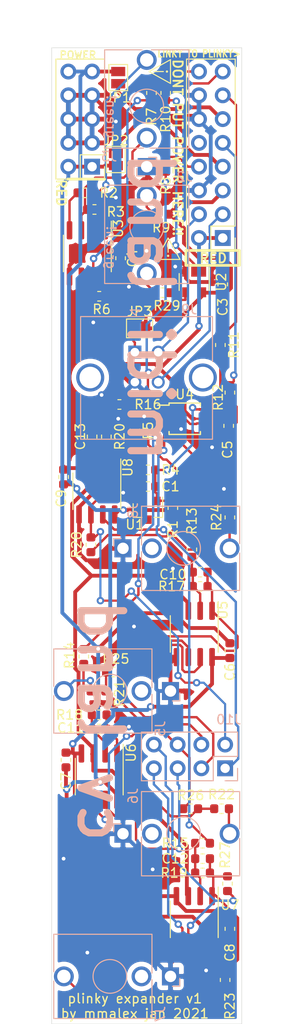
<source format=kicad_pcb>
(kicad_pcb (version 20171130) (host pcbnew "(5.1.6)-1")
  (layers (0 F.Cu signal) (31 B.Cu signal) (34 B.Paste user) (35 F.Paste user) (36 B.SilkS user) (37 F.SilkS user) (38 B.Mask user) (39 F.Mask user) (44 Edge.Cuts user))
  (net 0 "")
  (net 1 "Net-(C1-Pad2)")
  (net 2 GND)
  (net 3 +12V)
  (net 4 -12V)
  (net 5 +5V)
  (net 6 RX)
  (net 7 MOSI)
  (net 8 +3V3)
  (net 9 TX)
  (net 10 CS)
  (net 11 CLK)
  (net 12 /_MIDIIN2)
  (net 13 /_MIDIIN1)
  (net 14 /_MIDIOUT)
  (net 15 "Net-(J6-PadT)")
  (net 16 "Net-(J7-PadT)")
  (net 17 "Net-(J8-PadT)")
  (net 18 VREF)
  (net 19 DACX)
  (net 20 DACB)
  (net 21 DACA)
  (net 22 DACY)
  (net 23 "Net-(J1-Pad16)")
  (net 24 "Net-(J1-Pad15)")
  (net 25 "Net-(J1-Pad13)")
  (net 26 "Net-(J1-Pad9)")
  (net 27 "Net-(J1-Pad8)")
  (net 28 "Net-(C10-Pad2)")
  (net 29 "Net-(C10-Pad1)")
  (net 30 "Net-(C11-Pad2)")
  (net 31 "Net-(C11-Pad1)")
  (net 32 "Net-(C12-Pad2)")
  (net 33 "Net-(C12-Pad1)")
  (net 34 "Net-(C13-Pad2)")
  (net 35 "Net-(C13-Pad1)")
  (net 36 DM)
  (net 37 DP)
  (net 38 "Net-(R2-Pad2)")
  (net 39 "Net-(R3-Pad2)")
  (net 40 "Net-(J2-PadT)")
  (net 41 "Net-(J5-PadT)")
  (net 42 "Net-(J9-Pad1)")
  (net 43 "Net-(J2-PadTN)")
  (net 44 +12VB)
  (net 45 -12VB)
  (net 46 N4)
  (net 47 P4)
  (net 48 N3)
  (net 49 P3)
  (net 50 N2)
  (net 51 P2)
  (net 52 N1)
  (net 53 P1)
  (net 54 MISO)
  (net 55 "Net-(J9-Pad6)")
  (net 56 "Net-(J9-Pad5)")
  (net 57 "Net-(U2-Pad1)")
  (module Package_TO_SOT_SMD:SOT-23-5 (layer F.Cu) (at 63.5 62.357 270)
    (fp_text reference U2 (at 0 -2.9 90) (layer F.SilkS))
    (fp_text value SN74LVC1G17DBV)
    (pad 5 smd rect (at 1.1 -0.95 270) (size 1.06 0.65) (layers F.Cu F.Paste F.Mask) (net 5 +5V))
    (pad 4 smd rect (at 1.1 0.95 270) (size 1.06 0.65) (layers F.Cu F.Paste F.Mask) (net 14 /_MIDIOUT))
    (pad 3 smd rect (at -1.1 0.95 270) (size 1.06 0.65) (layers F.Cu F.Paste F.Mask) (net 2 GND))
    (pad 2 smd rect (at -1.1 0 270) (size 1.06 0.65) (layers F.Cu F.Paste F.Mask) (net 9 TX))
    (pad 1 smd rect (at -1.1 -0.95 270) (size 1.06 0.65) (layers F.Cu F.Paste F.Mask) (net 57 "Net-(U2-Pad1)"))
  )
  (module plinky:USB_B_TE_5787834_Vertical_two_shield (layer B.Cu) (at 57.15 69.85 180)
    (fp_text reference J9 (at -5.8 4.55 180) (layer B.SilkS) (effects (justify mirror)))
    (fp_text value USB_B_noshield)
    (pad 2 thru_hole circle (at -2.5 0 180) (size 1.4 1.4) (drill 0.92) (layers *.Cu *.Mask) (net 36 DM))
    (pad 6 thru_hole circle (at -7.27 -2.71 180) (size 3 3) (drill 2.3) (layers *.Cu *.Mask) (net 55 "Net-(J9-Pad6)"))
    (pad 1 thru_hole rect (at 0 0 180) (size 1.4 1.4) (drill 0.92) (layers *.Cu *.Mask) (net 42 "Net-(J9-Pad1)"))
    (pad 3 thru_hole circle (at -2.5 -3.2 180) (size 1.4 1.4) (drill 0.92) (layers *.Cu *.Mask) (net 37 DP))
    (pad 4 thru_hole circle (at 0 -3.2 180) (size 1.4 1.4) (drill 0.92) (layers *.Cu *.Mask) (net 2 GND))
    (pad 5 thru_hole circle (at 4.77 -2.71 180) (size 3 3) (drill 2.3) (layers *.Cu *.Mask) (net 56 "Net-(J9-Pad5)"))
  )
  (module Connector_PinHeader_2.54mm:PinHeader_2x04_P2.54mm_Vertical (layer B.Cu) (at 66.802 114.3 90)
    (fp_text reference J10 (at 5.207 0.381 180) (layer B.SilkS) (effects (justify mirror)))
    (fp_text value Conn_02x04_Odd_Even)
    (pad 8 thru_hole oval (at 2.54 -7.62 90) (size 1.7 1.7) (drill 1) (layers *.Cu *.Mask) (net 46 N4))
    (pad 7 thru_hole oval (at 0 -7.62 90) (size 1.7 1.7) (drill 1) (layers *.Cu *.Mask) (net 47 P4))
    (pad 6 thru_hole oval (at 2.54 -5.08 90) (size 1.7 1.7) (drill 1) (layers *.Cu *.Mask) (net 48 N3))
    (pad 5 thru_hole oval (at 0 -5.08 90) (size 1.7 1.7) (drill 1) (layers *.Cu *.Mask) (net 49 P3))
    (pad 4 thru_hole oval (at 2.54 -2.54 90) (size 1.7 1.7) (drill 1) (layers *.Cu *.Mask) (net 50 N2))
    (pad 3 thru_hole oval (at 0 -2.54 90) (size 1.7 1.7) (drill 1) (layers *.Cu *.Mask) (net 51 P2))
    (pad 2 thru_hole oval (at 2.54 0 90) (size 1.7 1.7) (drill 1) (layers *.Cu *.Mask) (net 52 N1))
    (pad 1 thru_hole rect (at 0 0 90) (size 1.7 1.7) (drill 1) (layers *.Cu *.Mask) (net 53 P1))
  )
  (module Connector_Audio:Jack_3.5mm_QingPu_WQP-PJ398SM_Vertical_CircularHoles (layer B.Cu) (at 58.42 50.038)
    (fp_text reference J3 (at -4.03 -1.08 180) (layer B.SilkS) (effects (justify mirror)))
    (fp_text value AudioJack2_SwitchT)
    (pad T thru_hole circle (at 0 -11.4 180) (size 2.13 2.13) (drill 1.43) (layers *.Cu *.Mask) (net 13 /_MIDIIN1))
    (pad S thru_hole rect (at 0 0 180) (size 1.93 1.83) (drill 1.22) (layers *.Cu *.Mask) (net 2 GND))
    (pad TN thru_hole circle (at 0 -3.1 180) (size 2.13 2.13) (drill 1.42) (layers *.Cu *.Mask) (net 12 /_MIDIIN2))
  )
  (module Connector_Audio:Jack_3.5mm_QingPu_WQP-PJ398SM_Vertical_CircularHoles (layer B.Cu) (at 58.42 50.038 180)
    (fp_text reference J2 (at -4.03 -1.08 180) (layer B.SilkS) (effects (justify mirror)))
    (fp_text value AudioJack2_SwitchT)
    (pad T thru_hole circle (at 0 -11.4) (size 2.13 2.13) (drill 1.43) (layers *.Cu *.Mask) (net 40 "Net-(J2-PadT)"))
    (pad S thru_hole rect (at 0 0) (size 1.93 1.83) (drill 1.22) (layers *.Cu *.Mask) (net 2 GND))
    (pad TN thru_hole circle (at 0 -3.1) (size 2.13 2.13) (drill 1.42) (layers *.Cu *.Mask) (net 43 "Net-(J2-PadTN)"))
  )
  (module Connector_Audio:Jack_3.5mm_QingPu_WQP-PJ398SM_Vertical_CircularHoles (layer B.Cu) (at 55.88 90.805 270)
    (fp_text reference J8 (at -4.03 -1.08 90) (layer B.SilkS) (effects (justify mirror)))
    (fp_text value AudioJack3)
    (pad T thru_hole circle (at 0 -11.4 90) (size 2.13 2.13) (drill 1.43) (layers *.Cu *.Mask) (net 17 "Net-(J8-PadT)"))
    (pad S thru_hole rect (at 0 0 90) (size 1.93 1.83) (drill 1.22) (layers *.Cu *.Mask) (net 2 GND))
    (pad TN thru_hole circle (at 0 -3.1 90) (size 2.13 2.13) (drill 1.42) (layers *.Cu *.Mask))
  )
  (module Connector_Audio:Jack_3.5mm_QingPu_WQP-PJ398SM_Vertical_CircularHoles (layer B.Cu) (at 60.96 136.525 90)
    (fp_text reference J7 (at -4.03 -1.08 90) (layer B.SilkS) (effects (justify mirror)))
    (fp_text value AudioJack3)
    (pad T thru_hole circle (at 0 -11.4 270) (size 2.13 2.13) (drill 1.43) (layers *.Cu *.Mask) (net 16 "Net-(J7-PadT)"))
    (pad S thru_hole rect (at 0 0 270) (size 1.93 1.83) (drill 1.22) (layers *.Cu *.Mask) (net 2 GND))
    (pad TN thru_hole circle (at 0 -3.1 270) (size 2.13 2.13) (drill 1.42) (layers *.Cu *.Mask))
  )
  (module Connector_Audio:Jack_3.5mm_QingPu_WQP-PJ398SM_Vertical_CircularHoles (layer B.Cu) (at 55.88 121.285 270)
    (fp_text reference J6 (at -4.03 -1.08 90) (layer B.SilkS) (effects (justify mirror)))
    (fp_text value AudioJack3)
    (pad T thru_hole circle (at 0 -11.4 90) (size 2.13 2.13) (drill 1.43) (layers *.Cu *.Mask) (net 15 "Net-(J6-PadT)"))
    (pad S thru_hole rect (at 0 0 90) (size 1.93 1.83) (drill 1.22) (layers *.Cu *.Mask) (net 2 GND))
    (pad TN thru_hole circle (at 0 -3.1 90) (size 2.13 2.13) (drill 1.42) (layers *.Cu *.Mask))
  )
  (module Connector_Audio:Jack_3.5mm_QingPu_WQP-PJ398SM_Vertical_CircularHoles (layer B.Cu) (at 60.96 106.045 90)
    (fp_text reference J5 (at -4.03 -1.08 90) (layer B.SilkS) (effects (justify mirror)))
    (fp_text value AudioJack3)
    (pad T thru_hole circle (at 0 -11.4 270) (size 2.13 2.13) (drill 1.43) (layers *.Cu *.Mask) (net 41 "Net-(J5-PadT)"))
    (pad S thru_hole rect (at 0 0 270) (size 1.93 1.83) (drill 1.22) (layers *.Cu *.Mask) (net 2 GND))
    (pad TN thru_hole circle (at 0 -3.1 270) (size 2.13 2.13) (drill 1.42) (layers *.Cu *.Mask))
  )
  (module Resistor_SMD:R_0603_1608Metric (layer F.Cu) (at 60.0965 63.5 180)
    (fp_text reference R29 (at -0.4825 -1.397 180) (layer F.SilkS))
    (fp_text value 220R)
    (pad 2 smd roundrect (at 0.7875 0 180) (size 0.875 0.95) (layers F.Cu F.Paste F.Mask) (net 40 "Net-(J2-PadT)"))
    (pad 1 smd roundrect (at -0.7875 0 180) (size 0.875 0.95) (layers F.Cu F.Paste F.Mask) (net 14 /_MIDIOUT))
  )
  (module Jumper:SolderJumper-2_P1.3mm_Open_Pad1.0x1.5mm (layer F.Cu) (at 57.658 67.31)
    (fp_text reference JP3 (at 0 -1.8) (layer F.SilkS))
    (fp_text value SolderJumper_2_Open)
    (pad 1 smd rect (at -0.65 0) (size 1 1.5) (layers F.Cu F.Mask) (net 42 "Net-(J9-Pad1)"))
    (pad 2 smd rect (at 0.65 0) (size 1 1.5) (layers F.Cu F.Mask) (net 5 +5V))
  )
  (module Package_SO:SOIC-8_3.9x4.9mm_P1.27mm (layer F.Cu) (at 53.086 84.709 270)
    (fp_text reference U8 (at -2.54 -3.302 90) (layer F.SilkS))
    (fp_text value TL072)
    (pad 8 smd roundrect (at 2.475 -1.905 270) (size 1.95 0.6) (layers F.Cu F.Paste F.Mask) (net 3 +12V))
    (pad 7 smd roundrect (at 2.475 -0.635 270) (size 1.95 0.6) (layers F.Cu F.Paste F.Mask) (net 53 P1))
    (pad 6 smd roundrect (at 2.475 0.635 270) (size 1.95 0.6) (layers F.Cu F.Paste F.Mask) (net 52 N1))
    (pad 5 smd roundrect (at 2.475 1.905 270) (size 1.95 0.6) (layers F.Cu F.Paste F.Mask) (net 2 GND))
    (pad 4 smd roundrect (at -2.475 1.905 270) (size 1.95 0.6) (layers F.Cu F.Paste F.Mask) (net 4 -12V))
    (pad 3 smd roundrect (at -2.475 0.635 270) (size 1.95 0.6) (layers F.Cu F.Paste F.Mask) (net 18 VREF))
    (pad 2 smd roundrect (at -2.475 -0.635 270) (size 1.95 0.6) (layers F.Cu F.Paste F.Mask) (net 34 "Net-(C13-Pad2)"))
    (pad 1 smd roundrect (at -2.475 -1.905 270) (size 1.95 0.6) (layers F.Cu F.Paste F.Mask) (net 35 "Net-(C13-Pad1)"))
  )
  (module Package_SO:SOIC-8_3.9x4.9mm_P1.27mm (layer F.Cu) (at 63.5 130.429 270)
    (fp_text reference U7 (at -1.524 -3.81 180) (layer F.SilkS))
    (fp_text value TL072)
    (pad 8 smd roundrect (at 2.475 -1.905 270) (size 1.95 0.6) (layers F.Cu F.Paste F.Mask) (net 3 +12V))
    (pad 7 smd roundrect (at 2.475 -0.635 270) (size 1.95 0.6) (layers F.Cu F.Paste F.Mask) (net 47 P4))
    (pad 6 smd roundrect (at 2.475 0.635 270) (size 1.95 0.6) (layers F.Cu F.Paste F.Mask) (net 46 N4))
    (pad 5 smd roundrect (at 2.475 1.905 270) (size 1.95 0.6) (layers F.Cu F.Paste F.Mask) (net 2 GND))
    (pad 4 smd roundrect (at -2.475 1.905 270) (size 1.95 0.6) (layers F.Cu F.Paste F.Mask) (net 4 -12V))
    (pad 3 smd roundrect (at -2.475 0.635 270) (size 1.95 0.6) (layers F.Cu F.Paste F.Mask) (net 18 VREF))
    (pad 2 smd roundrect (at -2.475 -0.635 270) (size 1.95 0.6) (layers F.Cu F.Paste F.Mask) (net 32 "Net-(C12-Pad2)"))
    (pad 1 smd roundrect (at -2.475 -1.905 270) (size 1.95 0.6) (layers F.Cu F.Paste F.Mask) (net 33 "Net-(C12-Pad1)"))
  )
  (module Package_SO:SOIC-8_3.9x4.9mm_P1.27mm (layer F.Cu) (at 53.34 115.189 270)
    (fp_text reference U6 (at -2.54 -3.4 90) (layer F.SilkS))
    (fp_text value TL072)
    (pad 8 smd roundrect (at 2.475 -1.905 270) (size 1.95 0.6) (layers F.Cu F.Paste F.Mask) (net 3 +12V))
    (pad 7 smd roundrect (at 2.475 -0.635 270) (size 1.95 0.6) (layers F.Cu F.Paste F.Mask) (net 49 P3))
    (pad 6 smd roundrect (at 2.475 0.635 270) (size 1.95 0.6) (layers F.Cu F.Paste F.Mask) (net 48 N3))
    (pad 5 smd roundrect (at 2.475 1.905 270) (size 1.95 0.6) (layers F.Cu F.Paste F.Mask) (net 2 GND))
    (pad 4 smd roundrect (at -2.475 1.905 270) (size 1.95 0.6) (layers F.Cu F.Paste F.Mask) (net 4 -12V))
    (pad 3 smd roundrect (at -2.475 0.635 270) (size 1.95 0.6) (layers F.Cu F.Paste F.Mask) (net 18 VREF))
    (pad 2 smd roundrect (at -2.475 -0.635 270) (size 1.95 0.6) (layers F.Cu F.Paste F.Mask) (net 30 "Net-(C11-Pad2)"))
    (pad 1 smd roundrect (at -2.475 -1.905 270) (size 1.95 0.6) (layers F.Cu F.Paste F.Mask) (net 31 "Net-(C11-Pad1)"))
  )
  (module Package_SO:SOIC-8_3.9x4.9mm_P1.27mm (layer F.Cu) (at 63.5 99.949 270)
    (fp_text reference U5 (at -2.54 -3.048 90) (layer F.SilkS))
    (fp_text value TL072)
    (pad 8 smd roundrect (at 2.475 -1.905 270) (size 1.95 0.6) (layers F.Cu F.Paste F.Mask) (net 3 +12V))
    (pad 7 smd roundrect (at 2.475 -0.635 270) (size 1.95 0.6) (layers F.Cu F.Paste F.Mask) (net 51 P2))
    (pad 6 smd roundrect (at 2.475 0.635 270) (size 1.95 0.6) (layers F.Cu F.Paste F.Mask) (net 50 N2))
    (pad 5 smd roundrect (at 2.475 1.905 270) (size 1.95 0.6) (layers F.Cu F.Paste F.Mask) (net 2 GND))
    (pad 4 smd roundrect (at -2.475 1.905 270) (size 1.95 0.6) (layers F.Cu F.Paste F.Mask) (net 4 -12V))
    (pad 3 smd roundrect (at -2.475 0.635 270) (size 1.95 0.6) (layers F.Cu F.Paste F.Mask) (net 18 VREF))
    (pad 2 smd roundrect (at -2.475 -0.635 270) (size 1.95 0.6) (layers F.Cu F.Paste F.Mask) (net 28 "Net-(C10-Pad2)"))
    (pad 1 smd roundrect (at -2.475 -1.905 270) (size 1.95 0.6) (layers F.Cu F.Paste F.Mask) (net 29 "Net-(C10-Pad1)"))
  )
  (module Package_SO:MSOP-10_3x3mm_P0.5mm (layer F.Cu) (at 62.484 76.962)
    (fp_text reference U4 (at 0 -2.6 180) (layer F.SilkS))
    (fp_text value DAC7554IDGS)
    (pad 10 smd rect (at 2.2 -1) (size 1.4 0.3) (layers F.Cu F.Paste F.Mask) (net 1 "Net-(C1-Pad2)"))
    (pad 9 smd rect (at 2.2 -0.5) (size 1.4 0.3) (layers F.Cu F.Paste F.Mask) (net 10 CS))
    (pad 8 smd rect (at 2.2 0) (size 1.4 0.3) (layers F.Cu F.Paste F.Mask) (net 8 +3V3))
    (pad 7 smd rect (at 2.2 0.5) (size 1.4 0.3) (layers F.Cu F.Paste F.Mask) (net 7 MOSI))
    (pad 6 smd rect (at 2.2 1) (size 1.4 0.3) (layers F.Cu F.Paste F.Mask) (net 11 CLK))
    (pad 5 smd rect (at -2.2 1) (size 1.4 0.3) (layers F.Cu F.Paste F.Mask) (net 22 DACY))
    (pad 4 smd rect (at -2.2 0.5) (size 1.4 0.3) (layers F.Cu F.Paste F.Mask) (net 19 DACX))
    (pad 3 smd rect (at -2.2 0) (size 1.4 0.3) (layers F.Cu F.Paste F.Mask) (net 2 GND))
    (pad 2 smd rect (at -2.2 -0.5) (size 1.4 0.3) (layers F.Cu F.Paste F.Mask) (net 20 DACB))
    (pad 1 smd rect (at -2.2 -1) (size 1.4 0.3) (layers F.Cu F.Paste F.Mask) (net 21 DACA))
  )
  (module Package_SO:SOIC-8_3.9x4.9mm_P1.27mm (layer F.Cu) (at 52.07 59.309 270)
    (fp_text reference U3 (at -2.667 -3.302 90) (layer F.SilkS))
    (fp_text value HCPL-0631)
    (pad 8 smd roundrect (at 2.475 -1.905 270) (size 1.95 0.6) (layers F.Cu F.Paste F.Mask) (net 5 +5V))
    (pad 7 smd roundrect (at 2.475 -0.635 270) (size 1.95 0.6) (layers F.Cu F.Paste F.Mask) (net 6 RX))
    (pad 6 smd roundrect (at 2.475 0.635 270) (size 1.95 0.6) (layers F.Cu F.Paste F.Mask) (net 6 RX))
    (pad 5 smd roundrect (at 2.475 1.905 270) (size 1.95 0.6) (layers F.Cu F.Paste F.Mask) (net 2 GND))
    (pad 4 smd roundrect (at -2.475 1.905 270) (size 1.95 0.6) (layers F.Cu F.Paste F.Mask) (net 39 "Net-(R3-Pad2)"))
    (pad 3 smd roundrect (at -2.475 0.635 270) (size 1.95 0.6) (layers F.Cu F.Paste F.Mask) (net 12 /_MIDIIN2))
    (pad 2 smd roundrect (at -2.475 -0.635 270) (size 1.95 0.6) (layers F.Cu F.Paste F.Mask) (net 13 /_MIDIIN1))
    (pad 1 smd roundrect (at -2.475 -1.905 270) (size 1.95 0.6) (layers F.Cu F.Paste F.Mask) (net 38 "Net-(R2-Pad2)"))
  )
  (module Package_TO_SOT_SMD:SOT-23 (layer F.Cu) (at 58.547 86.741 270)
    (fp_text reference U1 (at 1.524 1.397) (layer F.SilkS))
    (fp_text value LM4040DBZ-2.5)
    (pad 3 smd rect (at 1 0 270) (size 0.9 0.8) (layers F.Cu F.Paste F.Mask))
    (pad 2 smd rect (at -1 0.95 270) (size 0.9 0.8) (layers F.Cu F.Paste F.Mask) (net 2 GND))
    (pad 1 smd rect (at -1 -0.95 270) (size 0.9 0.8) (layers F.Cu F.Paste F.Mask) (net 1 "Net-(C1-Pad2)"))
  )
  (module Resistor_SMD:R_0603_1608Metric (layer F.Cu) (at 52.451 90.424 270)
    (fp_text reference R28 (at 0 1.524 90) (layer F.SilkS))
    (fp_text value 10k)
    (pad 2 smd roundrect (at 0.7875 0 270) (size 0.875 0.95) (layers F.Cu F.Paste F.Mask) (net 35 "Net-(C13-Pad1)"))
    (pad 1 smd roundrect (at -0.7875 0 270) (size 0.875 0.95) (layers F.Cu F.Paste F.Mask) (net 52 N1))
  )
  (module Resistor_SMD:R_0603_1608Metric (layer F.Cu) (at 67.056 126.619 90)
    (fp_text reference R27 (at 3.048 -0.254 270) (layer F.SilkS))
    (fp_text value 10k)
    (pad 1 smd roundrect (at -0.7875 0 90) (size 0.875 0.95) (layers F.Cu F.Paste F.Mask) (net 46 N4))
    (pad 2 smd roundrect (at 0.7875 0 90) (size 0.875 0.95) (layers F.Cu F.Paste F.Mask) (net 33 "Net-(C12-Pad1)"))
  )
  (module Resistor_SMD:R_0603_1608Metric (layer F.Cu) (at 63.119 118.618)
    (fp_text reference R26 (at 0 -1.43 180) (layer F.SilkS))
    (fp_text value 10k)
    (pad 2 smd roundrect (at 0.7875 0) (size 0.875 0.95) (layers F.Cu F.Paste F.Mask) (net 31 "Net-(C11-Pad1)"))
    (pad 1 smd roundrect (at -0.7875 0) (size 0.875 0.95) (layers F.Cu F.Paste F.Mask) (net 48 N3))
  )
  (module Resistor_SMD:R_0603_1608Metric (layer F.Cu) (at 54.864 104.013 180)
    (fp_text reference R25 (at -0.254 1.397 180) (layer F.SilkS))
    (fp_text value 10k)
    (pad 2 smd roundrect (at 0.7875 0 180) (size 0.875 0.95) (layers F.Cu F.Paste F.Mask) (net 29 "Net-(C10-Pad1)"))
    (pad 1 smd roundrect (at -0.7875 0 180) (size 0.875 0.95) (layers F.Cu F.Paste F.Mask) (net 50 N2))
  )
  (module Resistor_SMD:R_0603_1608Metric (layer F.Cu) (at 67.31 87.503 90)
    (fp_text reference R24 (at 0 -1.43 90) (layer F.SilkS))
    (fp_text value 220R)
    (pad 2 smd roundrect (at 0.7875 0 90) (size 0.875 0.95) (layers F.Cu F.Paste F.Mask) (net 35 "Net-(C13-Pad1)"))
    (pad 1 smd roundrect (at -0.7875 0 90) (size 0.875 0.95) (layers F.Cu F.Paste F.Mask) (net 17 "Net-(J8-PadT)"))
  )
  (module Resistor_SMD:R_0603_1608Metric (layer F.Cu) (at 66.802 136.906 90)
    (fp_text reference R23 (at -2.794 0.508 270) (layer F.SilkS))
    (fp_text value 220R)
    (pad 2 smd roundrect (at 0.7875 0 90) (size 0.875 0.95) (layers F.Cu F.Paste F.Mask) (net 33 "Net-(C12-Pad1)"))
    (pad 1 smd roundrect (at -0.7875 0 90) (size 0.875 0.95) (layers F.Cu F.Paste F.Mask) (net 16 "Net-(J7-PadT)"))
  )
  (module Resistor_SMD:R_0603_1608Metric (layer F.Cu) (at 66.421 118.618 180)
    (fp_text reference R22 (at 0 1.524 180) (layer F.SilkS))
    (fp_text value 220R)
    (pad 2 smd roundrect (at 0.7875 0 180) (size 0.875 0.95) (layers F.Cu F.Paste F.Mask) (net 31 "Net-(C11-Pad1)"))
    (pad 1 smd roundrect (at -0.7875 0 180) (size 0.875 0.95) (layers F.Cu F.Paste F.Mask) (net 15 "Net-(J6-PadT)"))
  )
  (module Resistor_SMD:R_0603_1608Metric (layer F.Cu) (at 53.213 106.045)
    (fp_text reference R21 (at 2.286 0.254 90) (layer F.SilkS))
    (fp_text value 220R)
    (pad 2 smd roundrect (at 0.7875 0) (size 0.875 0.95) (layers F.Cu F.Paste F.Mask) (net 29 "Net-(C10-Pad1)"))
    (pad 1 smd roundrect (at -0.7875 0) (size 0.875 0.95) (layers F.Cu F.Paste F.Mask) (net 41 "Net-(J5-PadT)"))
  )
  (module Resistor_SMD:R_0603_1608Metric (layer F.Cu) (at 54.102 78.867 270)
    (fp_text reference R20 (at 0 -1.43 270) (layer F.SilkS))
    (fp_text value 56k)
    (pad 2 smd roundrect (at 0.7875 0 270) (size 0.875 0.95) (layers F.Cu F.Paste F.Mask) (net 34 "Net-(C13-Pad2)"))
    (pad 1 smd roundrect (at -0.7875 0 270) (size 0.875 0.95) (layers F.Cu F.Paste F.Mask) (net 35 "Net-(C13-Pad1)"))
  )
  (module Resistor_SMD:R_0603_1608Metric (layer F.Cu) (at 64.389 125.476 180)
    (fp_text reference R19 (at 3.048 0) (layer F.SilkS))
    (fp_text value 56k)
    (pad 2 smd roundrect (at 0.7875 0 180) (size 0.875 0.95) (layers F.Cu F.Paste F.Mask) (net 32 "Net-(C12-Pad2)"))
    (pad 1 smd roundrect (at -0.7875 0 180) (size 0.875 0.95) (layers F.Cu F.Paste F.Mask) (net 33 "Net-(C12-Pad1)"))
  )
  (module Resistor_SMD:R_0603_1608Metric (layer F.Cu) (at 53.34 108.585 180)
    (fp_text reference R18 (at 3.175 0) (layer F.SilkS))
    (fp_text value 56k)
    (pad 2 smd roundrect (at 0.7875 0 180) (size 0.875 0.95) (layers F.Cu F.Paste F.Mask) (net 30 "Net-(C11-Pad2)"))
    (pad 1 smd roundrect (at -0.7875 0 180) (size 0.875 0.95) (layers F.Cu F.Paste F.Mask) (net 31 "Net-(C11-Pad1)"))
  )
  (module Resistor_SMD:R_0603_1608Metric (layer F.Cu) (at 64.135 94.869 180)
    (fp_text reference R17 (at 3.048 0) (layer F.SilkS))
    (fp_text value 56k)
    (pad 2 smd roundrect (at 0.7875 0 180) (size 0.875 0.95) (layers F.Cu F.Paste F.Mask) (net 28 "Net-(C10-Pad2)"))
    (pad 1 smd roundrect (at -0.7875 0 180) (size 0.875 0.95) (layers F.Cu F.Paste F.Mask) (net 29 "Net-(C10-Pad1)"))
  )
  (module Resistor_SMD:R_0603_1608Metric (layer F.Cu) (at 55.499 75.438)
    (fp_text reference R16 (at 3.048 0) (layer F.SilkS))
    (fp_text value 10k)
    (pad 2 smd roundrect (at 0.7875 0) (size 0.875 0.95) (layers F.Cu F.Paste F.Mask) (net 21 DACA))
    (pad 1 smd roundrect (at -0.7875 0) (size 0.875 0.95) (layers F.Cu F.Paste F.Mask) (net 34 "Net-(C13-Pad2)"))
  )
  (module Resistor_SMD:R_0603_1608Metric (layer F.Cu) (at 64.389 122.301)
    (fp_text reference R15 (at -2.921 0) (layer F.SilkS))
    (fp_text value 10k)
    (pad 2 smd roundrect (at 0.7875 0) (size 0.875 0.95) (layers F.Cu F.Paste F.Mask) (net 22 DACY))
    (pad 1 smd roundrect (at -0.7875 0) (size 0.875 0.95) (layers F.Cu F.Paste F.Mask) (net 32 "Net-(C12-Pad2)"))
  )
  (module Resistor_SMD:R_0603_1608Metric (layer F.Cu) (at 51.689 102.362 90)
    (fp_text reference R14 (at 0.127 -1.524 90) (layer F.SilkS))
    (fp_text value 10k)
    (pad 2 smd roundrect (at 0.7875 0 90) (size 0.875 0.95) (layers F.Cu F.Paste F.Mask) (net 19 DACX))
    (pad 1 smd roundrect (at -0.7875 0 90) (size 0.875 0.95) (layers F.Cu F.Paste F.Mask) (net 30 "Net-(C11-Pad2)"))
  )
  (module Resistor_SMD:R_0603_1608Metric (layer F.Cu) (at 63.246 90.932 90)
    (fp_text reference R13 (at 3.048 0 270) (layer F.SilkS))
    (fp_text value 10k)
    (pad 2 smd roundrect (at 0.7875 0 90) (size 0.875 0.95) (layers F.Cu F.Paste F.Mask) (net 20 DACB))
    (pad 1 smd roundrect (at -0.7875 0 90) (size 0.875 0.95) (layers F.Cu F.Paste F.Mask) (net 28 "Net-(C10-Pad2)"))
  )
  (module Resistor_SMD:R_0603_1608Metric (layer F.Cu) (at 67.31 74.168 270)
    (fp_text reference R12 (at 0.508 1.27 270) (layer F.SilkS))
    (fp_text value 10R)
    (pad 2 smd roundrect (at 0.7875 0 270) (size 0.875 0.95) (layers F.Cu F.Paste F.Mask) (net 11 CLK))
    (pad 1 smd roundrect (at -0.7875 0 270) (size 0.875 0.95) (layers F.Cu F.Paste F.Mask) (net 26 "Net-(J1-Pad9)"))
  )
  (module Resistor_SMD:R_0603_1608Metric (layer F.Cu) (at 66.294 69.088 270)
    (fp_text reference R11 (at 0 -1.43 270) (layer F.SilkS))
    (fp_text value 10R)
    (pad 2 smd roundrect (at 0.7875 0 270) (size 0.875 0.95) (layers F.Cu F.Paste F.Mask) (net 10 CS))
    (pad 1 smd roundrect (at -0.7875 0 270) (size 0.875 0.95) (layers F.Cu F.Paste F.Mask) (net 25 "Net-(J1-Pad13)"))
  )
  (module Resistor_SMD:R_0603_1608Metric (layer F.Cu) (at 60.452 42.164 270)
    (fp_text reference R10 (at 2.794 0 270) (layer F.SilkS))
    (fp_text value 10R)
    (pad 2 smd roundrect (at 0.7875 0 270) (size 0.875 0.95) (layers F.Cu F.Paste F.Mask) (net 9 TX))
    (pad 1 smd roundrect (at -0.7875 0 270) (size 0.875 0.95) (layers F.Cu F.Paste F.Mask) (net 24 "Net-(J1-Pad15)"))
  )
  (module Resistor_SMD:R_0603_1608Metric (layer F.Cu) (at 59.97 55.118 180)
    (fp_text reference R9 (at 0 -1.43 180) (layer F.SilkS))
    (fp_text value 220R)
    (pad 2 smd roundrect (at 0.7875 0 180) (size 0.875 0.95) (layers F.Cu F.Paste F.Mask) (net 43 "Net-(J2-PadTN)"))
    (pad 1 smd roundrect (at -0.7875 0 180) (size 0.875 0.95) (layers F.Cu F.Paste F.Mask) (net 5 +5V))
  )
  (module Resistor_SMD:R_0603_1608Metric (layer F.Cu) (at 60.452 49.784 90)
    (fp_text reference R8 (at -2.286 0 270) (layer F.SilkS))
    (fp_text value 10R)
    (pad 2 smd roundrect (at 0.7875 0 90) (size 0.875 0.95) (layers F.Cu F.Paste F.Mask) (net 27 "Net-(J1-Pad8)"))
    (pad 1 smd roundrect (at -0.7875 0 90) (size 0.875 0.95) (layers F.Cu F.Paste F.Mask) (net 7 MOSI))
  )
  (module Resistor_SMD:R_0603_1608Metric (layer F.Cu) (at 58.928 42.164 90)
    (fp_text reference R7 (at -2.54 0 270) (layer F.SilkS))
    (fp_text value 10R)
    (pad 2 smd roundrect (at 0.7875 0 90) (size 0.875 0.95) (layers F.Cu F.Paste F.Mask) (net 23 "Net-(J1-Pad16)"))
    (pad 1 smd roundrect (at -0.7875 0 90) (size 0.875 0.95) (layers F.Cu F.Paste F.Mask) (net 6 RX))
  )
  (module Resistor_SMD:R_0603_1608Metric (layer F.Cu) (at 53.34 63.881)
    (fp_text reference R6 (at 0.254 1.397) (layer F.SilkS))
    (fp_text value 220R)
    (pad 2 smd roundrect (at 0.7875 0) (size 0.875 0.95) (layers F.Cu F.Paste F.Mask) (net 8 +3V3))
    (pad 1 smd roundrect (at -0.7875 0) (size 0.875 0.95) (layers F.Cu F.Paste F.Mask) (net 6 RX))
  )
  (module Resistor_SMD:R_0603_1608Metric (layer F.Cu) (at 57.15 78.232 270)
    (fp_text reference R5 (at 0 -1.43 90) (layer F.SilkS))
    (fp_text value 7.5k)
    (pad 2 smd roundrect (at 0.7875 0 270) (size 0.875 0.95) (layers F.Cu F.Paste F.Mask) (net 18 VREF))
    (pad 1 smd roundrect (at -0.7875 0 270) (size 0.875 0.95) (layers F.Cu F.Paste F.Mask) (net 2 GND))
  )
  (module Resistor_SMD:R_0603_1608Metric (layer F.Cu) (at 58.547 82.423)
    (fp_text reference R4 (at 2.413 0) (layer F.SilkS))
    (fp_text value 10k)
    (pad 2 smd roundrect (at 0.7875 0) (size 0.875 0.95) (layers F.Cu F.Paste F.Mask) (net 1 "Net-(C1-Pad2)"))
    (pad 1 smd roundrect (at -0.7875 0) (size 0.875 0.95) (layers F.Cu F.Paste F.Mask) (net 18 VREF))
  )
  (module Resistor_SMD:R_0603_1608Metric (layer F.Cu) (at 51.816 52.832 180)
    (fp_text reference R3 (at -3.302 -2.032) (layer F.SilkS))
    (fp_text value 220R)
    (pad 2 smd roundrect (at 0.7875 0 180) (size 0.875 0.95) (layers F.Cu F.Paste F.Mask) (net 39 "Net-(R3-Pad2)"))
    (pad 1 smd roundrect (at -0.7875 0 180) (size 0.875 0.95) (layers F.Cu F.Paste F.Mask) (net 13 /_MIDIIN1))
  )
  (module Resistor_SMD:R_0603_1608Metric (layer F.Cu) (at 52.832 54.61)
    (fp_text reference R2 (at 1.524 -1.778) (layer F.SilkS))
    (fp_text value 220R)
    (pad 2 smd roundrect (at 0.7875 0) (size 0.875 0.95) (layers F.Cu F.Paste F.Mask) (net 38 "Net-(R2-Pad2)"))
    (pad 1 smd roundrect (at -0.7875 0) (size 0.875 0.95) (layers F.Cu F.Paste F.Mask) (net 12 /_MIDIIN2))
  )
  (module Resistor_SMD:R_0603_1608Metric (layer F.Cu) (at 61.214 86.487 90)
    (fp_text reference R1 (at -2.286 0 90) (layer F.SilkS))
    (fp_text value 3k)
    (pad 2 smd roundrect (at 0.7875 0 90) (size 0.875 0.95) (layers F.Cu F.Paste F.Mask) (net 1 "Net-(C1-Pad2)"))
    (pad 1 smd roundrect (at -0.7875 0 90) (size 0.875 0.95) (layers F.Cu F.Paste F.Mask) (net 3 +12V))
  )
  (module Jumper:SolderJumper-2_P1.3mm_Open_Pad1.0x1.5mm (layer F.Cu) (at 55.118 49.276 270)
    (fp_text reference JP2 (at -2.032 0 180) (layer F.SilkS))
    (fp_text value SolderJumper_2_Open)
    (pad 1 smd rect (at -0.65 0 270) (size 1 1.5) (layers F.Cu F.Mask) (net 45 -12VB))
    (pad 2 smd rect (at 0.65 0 270) (size 1 1.5) (layers F.Cu F.Mask) (net 4 -12V))
  )
  (module Jumper:SolderJumper-2_P1.3mm_Open_Pad1.0x1.5mm (layer F.Cu) (at 55.372 40.528 90)
    (fp_text reference JP1 (at -2.144 0 180) (layer F.SilkS))
    (fp_text value SolderJumper_2_Open)
    (pad 1 smd rect (at -0.65 0 90) (size 1 1.5) (layers F.Cu F.Mask) (net 44 +12VB))
    (pad 2 smd rect (at 0.65 0 90) (size 1 1.5) (layers F.Cu F.Mask) (net 3 +12V))
  )
  (module Connector_PinHeader_2.54mm:PinHeader_2x05_P2.54mm_Vertical (layer F.Cu) (at 52.578 50.038 180)
    (fp_text reference J4 hide)
    (fp_text value Conn_02x05_Odd_Even)
    (pad 10 thru_hole oval (at 2.54 10.16 180) (size 1.7 1.7) (drill 1) (layers *.Cu *.Mask) (net 3 +12V))
    (pad 9 thru_hole oval (at 0 10.16 180) (size 1.7 1.7) (drill 1) (layers *.Cu *.Mask) (net 3 +12V))
    (pad 8 thru_hole oval (at 2.54 7.62 180) (size 1.7 1.7) (drill 1) (layers *.Cu *.Mask) (net 2 GND))
    (pad 7 thru_hole oval (at 0 7.62 180) (size 1.7 1.7) (drill 1) (layers *.Cu *.Mask) (net 2 GND))
    (pad 6 thru_hole oval (at 2.54 5.08 180) (size 1.7 1.7) (drill 1) (layers *.Cu *.Mask) (net 2 GND))
    (pad 5 thru_hole oval (at 0 5.08 180) (size 1.7 1.7) (drill 1) (layers *.Cu *.Mask) (net 2 GND))
    (pad 4 thru_hole oval (at 2.54 2.54 180) (size 1.7 1.7) (drill 1) (layers *.Cu *.Mask) (net 2 GND))
    (pad 3 thru_hole oval (at 0 2.54 180) (size 1.7 1.7) (drill 1) (layers *.Cu *.Mask) (net 2 GND))
    (pad 2 thru_hole oval (at 2.54 0 180) (size 1.7 1.7) (drill 1) (layers *.Cu *.Mask) (net 4 -12V))
    (pad 1 thru_hole rect (at 0 0 180) (size 1.7 1.7) (drill 1) (layers *.Cu *.Mask) (net 4 -12V))
  )
  (module Connector_PinHeader_2.54mm:PinHeader_2x08_P2.54mm_Vertical (layer F.Cu) (at 66.548 57.658 180)
    (fp_text reference J1 hide)
    (fp_text value Conn_02x08_Odd_Even)
    (pad 16 thru_hole oval (at 2.54 17.78 180) (size 1.7 1.7) (drill 1) (layers *.Cu *.Mask) (net 23 "Net-(J1-Pad16)"))
    (pad 15 thru_hole oval (at 0 17.78 180) (size 1.7 1.7) (drill 1) (layers *.Cu *.Mask) (net 24 "Net-(J1-Pad15)"))
    (pad 14 thru_hole oval (at 2.54 15.24 180) (size 1.7 1.7) (drill 1) (layers *.Cu *.Mask) (net 2 GND))
    (pad 13 thru_hole oval (at 0 15.24 180) (size 1.7 1.7) (drill 1) (layers *.Cu *.Mask) (net 25 "Net-(J1-Pad13)"))
    (pad 12 thru_hole oval (at 2.54 12.7 180) (size 1.7 1.7) (drill 1) (layers *.Cu *.Mask) (net 2 GND))
    (pad 11 thru_hole oval (at 0 12.7 180) (size 1.7 1.7) (drill 1) (layers *.Cu *.Mask) (net 44 +12VB))
    (pad 10 thru_hole oval (at 2.54 10.16 180) (size 1.7 1.7) (drill 1) (layers *.Cu *.Mask) (net 54 MISO))
    (pad 9 thru_hole oval (at 0 10.16 180) (size 1.7 1.7) (drill 1) (layers *.Cu *.Mask) (net 26 "Net-(J1-Pad9)"))
    (pad 8 thru_hole oval (at 2.54 7.62 180) (size 1.7 1.7) (drill 1) (layers *.Cu *.Mask) (net 27 "Net-(J1-Pad8)"))
    (pad 7 thru_hole oval (at 0 7.62 180) (size 1.7 1.7) (drill 1) (layers *.Cu *.Mask) (net 45 -12VB))
    (pad 6 thru_hole oval (at 2.54 5.08 180) (size 1.7 1.7) (drill 1) (layers *.Cu *.Mask) (net 2 GND))
    (pad 5 thru_hole oval (at 0 5.08 180) (size 1.7 1.7) (drill 1) (layers *.Cu *.Mask) (net 5 +5V))
    (pad 4 thru_hole oval (at 2.54 2.54 180) (size 1.7 1.7) (drill 1) (layers *.Cu *.Mask) (net 36 DM))
    (pad 3 thru_hole oval (at 0 2.54 180) (size 1.7 1.7) (drill 1) (layers *.Cu *.Mask) (net 37 DP))
    (pad 2 thru_hole oval (at 2.54 0 180) (size 1.7 1.7) (drill 1) (layers *.Cu *.Mask) (net 8 +3V3))
    (pad 1 thru_hole rect (at 0 0 180) (size 1.7 1.7) (drill 1) (layers *.Cu *.Mask) (net 8 +3V3))
  )
  (module Capacitor_SMD:C_0603_1608Metric (layer F.Cu) (at 52.578 78.867 270)
    (fp_text reference C13 (at 0 1.27 90) (layer F.SilkS))
    (fp_text value 10n)
    (pad 2 smd roundrect (at 0.7875 0 270) (size 0.875 0.95) (layers F.Cu F.Paste F.Mask) (net 34 "Net-(C13-Pad2)"))
    (pad 1 smd roundrect (at -0.7875 0 270) (size 0.875 0.95) (layers F.Cu F.Paste F.Mask) (net 35 "Net-(C13-Pad1)"))
  )
  (module Capacitor_SMD:C_0603_1608Metric (layer F.Cu) (at 64.389 123.952 180)
    (fp_text reference C12 (at 2.921 0) (layer F.SilkS))
    (fp_text value 10n)
    (pad 2 smd roundrect (at 0.7875 0 180) (size 0.875 0.95) (layers F.Cu F.Paste F.Mask) (net 32 "Net-(C12-Pad2)"))
    (pad 1 smd roundrect (at -0.7875 0 180) (size 0.875 0.95) (layers F.Cu F.Paste F.Mask) (net 33 "Net-(C12-Pad1)"))
  )
  (module Capacitor_SMD:C_0603_1608Metric (layer F.Cu) (at 53.34 110.109 180)
    (fp_text reference C11 (at 3.048 0.127) (layer F.SilkS))
    (fp_text value 10n)
    (pad 2 smd roundrect (at 0.7875 0 180) (size 0.875 0.95) (layers F.Cu F.Paste F.Mask) (net 30 "Net-(C11-Pad2)"))
    (pad 1 smd roundrect (at -0.7875 0 180) (size 0.875 0.95) (layers F.Cu F.Paste F.Mask) (net 31 "Net-(C11-Pad1)"))
  )
  (module Capacitor_SMD:C_0603_1608Metric (layer F.Cu) (at 64.135 93.345 180)
    (fp_text reference C10 (at 2.921 -0.254 180) (layer F.SilkS))
    (fp_text value 10n)
    (pad 2 smd roundrect (at 0.7875 0 180) (size 0.875 0.95) (layers F.Cu F.Paste F.Mask) (net 28 "Net-(C10-Pad2)"))
    (pad 1 smd roundrect (at -0.7875 0 180) (size 0.875 0.95) (layers F.Cu F.Paste F.Mask) (net 29 "Net-(C10-Pad1)"))
  )
  (module Capacitor_SMD:C_0603_1608Metric (layer F.Cu) (at 49.53 83.185 90)
    (fp_text reference C9 (at -2.286 -0.254 90) (layer F.SilkS))
    (fp_text value 100n)
    (pad 2 smd roundrect (at 0.7875 0 90) (size 0.875 0.95) (layers F.Cu F.Paste F.Mask) (net 4 -12V))
    (pad 1 smd roundrect (at -0.7875 0 90) (size 0.875 0.95) (layers F.Cu F.Paste F.Mask) (net 3 +12V))
  )
  (module Capacitor_SMD:C_0603_1608Metric (layer F.Cu) (at 67.31 131.445 90)
    (fp_text reference C8 (at -2.54 0 90) (layer F.SilkS))
    (fp_text value 100n)
    (pad 2 smd roundrect (at 0.7875 0 90) (size 0.875 0.95) (layers F.Cu F.Paste F.Mask) (net 4 -12V))
    (pad 1 smd roundrect (at -0.7875 0 90) (size 0.875 0.95) (layers F.Cu F.Paste F.Mask) (net 3 +12V))
  )
  (module Capacitor_SMD:C_0603_1608Metric (layer F.Cu) (at 49.784 113.411 90)
    (fp_text reference C7 (at -2.286 0 90) (layer F.SilkS))
    (fp_text value 100n)
    (pad 2 smd roundrect (at 0.7875 0 90) (size 0.875 0.95) (layers F.Cu F.Paste F.Mask) (net 4 -12V))
    (pad 1 smd roundrect (at -0.7875 0 90) (size 0.875 0.95) (layers F.Cu F.Paste F.Mask) (net 3 +12V))
  )
  (module Capacitor_SMD:C_0603_1608Metric (layer F.Cu) (at 67.31 101.727 90)
    (fp_text reference C6 (at -2.286 0 90) (layer F.SilkS))
    (fp_text value 100n)
    (pad 2 smd roundrect (at 0.7875 0 90) (size 0.875 0.95) (layers F.Cu F.Paste F.Mask) (net 4 -12V))
    (pad 1 smd roundrect (at -0.7875 0 90) (size 0.875 0.95) (layers F.Cu F.Paste F.Mask) (net 3 +12V))
  )
  (module Capacitor_SMD:C_0603_1608Metric (layer F.Cu) (at 67.183 77.724 270)
    (fp_text reference C5 (at 2.54 0.127 90) (layer F.SilkS))
    (fp_text value 100n)
    (pad 2 smd roundrect (at 0.7875 0 270) (size 0.875 0.95) (layers F.Cu F.Paste F.Mask) (net 2 GND))
    (pad 1 smd roundrect (at -0.7875 0 270) (size 0.875 0.95) (layers F.Cu F.Paste F.Mask) (net 8 +3V3))
  )
  (module Capacitor_SMD:C_0603_1608Metric (layer F.Cu) (at 55.626 59.817 90)
    (fp_text reference C4 (at 0 1.27 90) (layer F.SilkS))
    (fp_text value 100n)
    (pad 2 smd roundrect (at 0.7875 0 90) (size 0.875 0.95) (layers F.Cu F.Paste F.Mask) (net 2 GND))
    (pad 1 smd roundrect (at -0.7875 0 90) (size 0.875 0.95) (layers F.Cu F.Paste F.Mask) (net 5 +5V))
  )
  (module Capacitor_SMD:C_0603_1608Metric (layer F.Cu) (at 66.548 62.611 90)
    (fp_text reference C3 (at -2.413 0 270) (layer F.SilkS))
    (fp_text value 100n)
    (pad 2 smd roundrect (at 0.7875 0 90) (size 0.875 0.95) (layers F.Cu F.Paste F.Mask) (net 2 GND))
    (pad 1 smd roundrect (at -0.7875 0 90) (size 0.875 0.95) (layers F.Cu F.Paste F.Mask) (net 5 +5V))
  )
  (module Capacitor_SMD:C_0603_1608Metric (layer F.Cu) (at 58.547 84.201)
    (fp_text reference C1 (at 2.413 0) (layer F.SilkS))
    (fp_text value 100n)
    (pad 2 smd roundrect (at 0.7875 0) (size 0.875 0.95) (layers F.Cu F.Paste F.Mask) (net 1 "Net-(C1-Pad2)"))
    (pad 1 smd roundrect (at -0.7875 0) (size 0.875 0.95) (layers F.Cu F.Paste F.Mask) (net 2 GND))
  )
  (gr_line (start 62.611 60.579) (end 62.611 59.055) (layer F.SilkS) (width 0.3))
  (gr_line (start 68.326 60.579) (end 68.326 59.055) (layer F.SilkS) (width 0.3))
  (gr_line (start 68.326 58.988) (end 62.611 58.988) (layer F.SilkS) (width 0.3))
  (gr_line (start 68.326 60.579) (end 62.611 60.579) (layer F.SilkS) (width 0.3))
  (gr_text "cv land" (at 53.467 109.22 270) (layer B.SilkS) (effects (font (size 4.572 4.572) (thickness 0.762)) (justify mirror)))
  (gr_text green! (at 54.61 58.674 270) (layer B.SilkS) (effects (font (size 1 1)) (justify mirror)))
  (gr_text green! (at 54.61 44.704 270) (layer B.SilkS) (effects (font (size 1 1)) (justify mirror)))
  (gr_text "plinky expander v1\nby mmalex jan 2021" (at 57.15 139.7) (layer F.SilkS) (effects (font (size 1 1))))
  (gr_text "midi land" (at 58.801 65.024 270) (layer B.SilkS) (effects (font (size 4.572 4.572) (thickness 0.762)) (justify mirror)))
  (gr_text POWER (at 51.054 38.1) (layer F.SilkS) (effects (font (size 0.762 0.762))))
  (gr_text "LINKY TO PLINKY>" (at 64.008 37.973) (layer F.SilkS) (effects (font (size 0.762 0.635))))
  (gr_circle (center 60.579 39.878) (end 60.5155 39.878) (layer F.SilkS) (width 0.12))
  (gr_line (start 60.96 41.148) (end 58.674 39.878) (layer F.SilkS) (width 0.12))
  (gr_line (start 60.96 38.608) (end 60.96 41.148) (layer F.SilkS) (width 0.12))
  (gr_line (start 58.674 39.878) (end 60.96 38.608) (layer F.SilkS) (width 0.12))
  (gr_line (start 59.182 39.878) (end 60.198 39.878) (layer F.SilkS) (width 0.12))
  (gr_text "DONT PUT POWER HERE!!" (at 61.722 48.006 270) (layer F.SilkS) (effects (font (size 1 1) (thickness 0.2))))
  (gr_circle (center 60.706 59.563) (end 60.706 59.4995) (layer F.SilkS) (width 0.12))
  (gr_line (start 60.706 58.166) (end 60.706 59.182) (layer F.SilkS) (width 0.12))
  (gr_line (start 59.436 59.944) (end 60.706 57.658) (layer F.SilkS) (width 0.12))
  (gr_line (start 61.976 59.944) (end 59.436 59.944) (layer F.SilkS) (width 0.12))
  (gr_line (start 60.706 57.658) (end 61.976 59.944) (layer F.SilkS) (width 0.12))
  (gr_text RED (at 49.276 52.832 270) (layer F.SilkS) (effects (font (size 1 1) (thickness 0.2))))
  (gr_text RED (at 65.532 59.817) (layer F.SilkS) (effects (font (size 1 1) (thickness 0.2))))
  (gr_line (start 49.971 51.368) (end 53.908 51.368) (layer F.SilkS) (width 0.3))
  (gr_line (start 48.26 121.412) (end 48.26 53.594) (layer Edge.Cuts) (width 0.05))
  (gr_line (start 48.26 141.605) (end 48.26 121.412) (layer Edge.Cuts) (width 0.05))
  (gr_line (start 68.58 141.605) (end 48.26 141.605) (layer Edge.Cuts) (width 0.05))
  (gr_line (start 68.58 37.338) (end 68.58 141.605) (layer Edge.Cuts) (width 0.05))
  (gr_line (start 48.26 37.338) (end 68.58 37.338) (layer Edge.Cuts) (width 0.05))
  (gr_line (start 48.26 53.594) (end 48.26 37.338) (layer Edge.Cuts) (width 0.05))
  (segment (start 59.3345 82.4336) (end 59.3345 82.423) (width 0.254) (layer F.Cu) (net 1))
  (segment (start 59.3345 84.201) (end 59.3345 82.4336) (width 0.254) (layer F.Cu) (net 1))
  (segment (start 59.3345 82.4336) (end 60.5973 82.4336) (width 0.254) (layer F.Cu) (net 1))
  (segment (start 64.684 75.962) (end 63.6567 75.962) (width 0.254) (layer F.Cu) (net 1))
  (segment (start 63.3271 75.7821) (end 63.4768 75.7821) (width 0.254) (layer F.Cu) (net 1))
  (segment (start 63.4768 75.7821) (end 63.6567 75.962) (width 0.254) (layer F.Cu) (net 1))
  (segment (start 60.5973 82.4336) (end 63.3271 79.7038) (width 0.254) (layer B.Cu) (net 1))
  (segment (start 63.3271 79.7038) (end 63.3271 75.7821) (width 0.254) (layer B.Cu) (net 1))
  (segment (start 59.497 85.3523) (end 59.497 84.9637) (width 0.254) (layer F.Cu) (net 1))
  (segment (start 59.497 85.741) (end 59.497 85.3523) (width 0.254) (layer F.Cu) (net 1))
  (segment (start 59.497 84.9637) (end 59.3345 84.8012) (width 0.254) (layer F.Cu) (net 1))
  (segment (start 59.3345 84.8012) (end 59.3345 84.201) (width 0.254) (layer F.Cu) (net 1))
  (via (at 63.3271 75.7821) (size 0.8) (layers F.Cu B.Cu) (net 1))
  (via (at 60.5973 82.4336) (size 0.8) (layers F.Cu B.Cu) (net 1))
  (segment (start 59.497 85.3523) (end 59.8697 85.725) (width 0.254) (layer F.Cu) (net 1))
  (segment (start 61.1885 85.725) (end 61.214 85.6995) (width 0.254) (layer F.Cu) (net 1))
  (segment (start 59.8697 85.725) (end 61.1885 85.725) (width 0.254) (layer F.Cu) (net 1))
  (segment (start 58.1466 78.0652) (end 58.1466 87.1699) (width 0.4064) (layer B.Cu) (net 2))
  (segment (start 58.1466 87.1699) (end 55.88 89.4365) (width 0.4064) (layer B.Cu) (net 2))
  (segment (start 58.1466 76.7129) (end 58.1466 78.0652) (width 0.4064) (layer B.Cu) (net 2))
  (segment (start 58.1466 78.0652) (end 62.0947 78.0652) (width 0.4064) (layer B.Cu) (net 2))
  (segment (start 62.0947 78.0652) (end 62.6202 78.5907) (width 0.4064) (layer F.Cu) (net 2))
  (segment (start 62.6202 78.5907) (end 67.1038 78.5907) (width 0.4064) (layer F.Cu) (net 2))
  (segment (start 67.1038 78.5907) (end 67.183 78.5115) (width 0.4064) (layer F.Cu) (net 2))
  (segment (start 60.96 136.525) (end 60.96 135.1565) (width 0.4064) (layer F.Cu) (net 2))
  (segment (start 60.96 135.1565) (end 61.595 134.5215) (width 0.4064) (layer F.Cu) (net 2))
  (segment (start 61.595 134.5215) (end 61.595 132.904) (width 0.4064) (layer F.Cu) (net 2))
  (segment (start 51.181 87.184) (end 51.181 86.3984) (width 0.4064) (layer F.Cu) (net 2))
  (segment (start 51.181 86.3984) (end 52.7199 84.8595) (width 0.4064) (layer F.Cu) (net 2))
  (segment (start 52.7199 84.8595) (end 55.9035 84.8595) (width 0.4064) (layer F.Cu) (net 2))
  (segment (start 57.569 84.8595) (end 57.597 84.8875) (width 0.4064) (layer F.Cu) (net 2))
  (segment (start 58.1466 76.7129) (end 58.1466 74.0466) (width 0.4064) (layer B.Cu) (net 2))
  (segment (start 58.1466 74.0466) (end 57.15 73.05) (width 0.4064) (layer B.Cu) (net 2))
  (segment (start 55.88 90.805) (end 55.88 89.4365) (width 0.4064) (layer B.Cu) (net 2))
  (segment (start 58.42 51.061) (end 58.42 51.3565) (width 0.4064) (layer F.Cu) (net 2))
  (segment (start 58.42 50.038) (end 58.42 51.061) (width 0.4064) (layer F.Cu) (net 2))
  (segment (start 56.9296 59.0295) (end 55.626 59.0295) (width 0.4064) (layer F.Cu) (net 2))
  (segment (start 56.9296 59.0295) (end 56.9296 52.5173) (width 0.4064) (layer F.Cu) (net 2))
  (segment (start 56.9296 52.5173) (end 58.0904 51.3565) (width 0.4064) (layer F.Cu) (net 2))
  (segment (start 58.0904 51.3565) (end 58.42 51.3565) (width 0.4064) (layer F.Cu) (net 2))
  (segment (start 58.2175 76.962) (end 58.2175 76.7838) (width 0.4064) (layer F.Cu) (net 2))
  (segment (start 58.2175 76.7838) (end 58.1466 76.7129) (width 0.4064) (layer F.Cu) (net 2))
  (segment (start 58.2175 76.962) (end 57.6325 76.962) (width 0.2286) (layer F.Cu) (net 2))
  (segment (start 57.6325 76.962) (end 57.15 77.4445) (width 0.2286) (layer F.Cu) (net 2))
  (segment (start 60.284 76.962) (end 58.2175 76.962) (width 0.2286) (layer F.Cu) (net 2))
  (segment (start 60.96 106.045) (end 59.6415 106.045) (width 0.4064) (layer B.Cu) (net 2))
  (segment (start 55.88 90.805) (end 54.5615 90.805) (width 0.4064) (layer F.Cu) (net 2))
  (segment (start 51.181 87.184) (end 51.181 91.3096) (width 0.4064) (layer F.Cu) (net 2))
  (segment (start 51.181 91.3096) (end 51.9562 92.0848) (width 0.4064) (layer F.Cu) (net 2))
  (segment (start 51.9562 92.0848) (end 53.2817 92.0848) (width 0.4064) (layer F.Cu) (net 2))
  (segment (start 53.2817 92.0848) (end 54.5615 90.805) (width 0.4064) (layer F.Cu) (net 2))
  (segment (start 57.597 84.8875) (end 57.7595 84.725) (width 0.4064) (layer F.Cu) (net 2))
  (segment (start 57.7595 84.725) (end 57.7595 84.201) (width 0.4064) (layer F.Cu) (net 2))
  (segment (start 60.96 106.045) (end 60.96 104.6765) (width 0.4064) (layer F.Cu) (net 2))
  (segment (start 61.595 102.424) (end 60.96 103.059) (width 0.4064) (layer F.Cu) (net 2))
  (segment (start 60.96 103.059) (end 60.96 104.6765) (width 0.4064) (layer F.Cu) (net 2))
  (segment (start 57.597 85.741) (end 57.597 84.8875) (width 0.4064) (layer F.Cu) (net 2))
  (segment (start 64.008 42.418) (end 64.008 44.958) (width 0.4064) (layer B.Cu) (net 2))
  (segment (start 52.578 47.498) (end 50.038 47.498) (width 0.4064) (layer F.Cu) (net 2))
  (segment (start 50.038 44.958) (end 50.038 42.418) (width 0.4064) (layer B.Cu) (net 2))
  (segment (start 50.038 47.498) (end 50.038 44.958) (width 0.4064) (layer B.Cu) (net 2))
  (segment (start 52.578 44.958) (end 52.578 42.418) (width 0.4064) (layer B.Cu) (net 2))
  (segment (start 52.578 47.498) (end 52.578 44.958) (width 0.4064) (layer B.Cu) (net 2))
  (via (at 62.0947 78.0652) (size 0.8) (layers F.Cu B.Cu) (net 2))
  (via (at 58.1466 76.7129) (size 0.8) (layers F.Cu B.Cu) (net 2))
  (segment (start 51.435 118.999) (end 51.435 117.664) (width 0.4064) (layer F.Cu) (net 2))
  (segment (start 55.88 121.285) (end 53.721 121.285) (width 0.4064) (layer F.Cu) (net 2))
  (segment (start 53.721 121.285) (end 51.435 118.999) (width 0.4064) (layer F.Cu) (net 2))
  (segment (start 65.2615 51.3245) (end 64.008 52.578) (width 0.4064) (layer B.Cu) (net 2))
  (segment (start 65.2615 46.3385) (end 65.2615 51.3245) (width 0.4064) (layer B.Cu) (net 2))
  (segment (start 64.008 44.958) (end 64.008 45.085) (width 0.4064) (layer B.Cu) (net 2))
  (segment (start 64.008 45.085) (end 65.2615 46.3385) (width 0.4064) (layer B.Cu) (net 2))
  (segment (start 50.165 61.784) (end 50.165 60.579) (width 0.4064) (layer F.Cu) (net 2))
  (segment (start 51.7145 59.0295) (end 55.626 59.0295) (width 0.4064) (layer F.Cu) (net 2))
  (segment (start 50.165 60.579) (end 51.7145 59.0295) (width 0.4064) (layer F.Cu) (net 2))
  (segment (start 57.15 73.05) (end 56.54 73.05) (width 0.4064) (layer F.Cu) (net 2))
  (segment (start 50.165 66.675) (end 50.165 61.784) (width 0.4064) (layer F.Cu) (net 2))
  (segment (start 56.54 73.05) (end 50.165 66.675) (width 0.4064) (layer F.Cu) (net 2))
  (segment (start 59.436 105.8395) (end 59.6415 106.045) (width 0.4064) (layer B.Cu) (net 2))
  (segment (start 59.436 101.531) (end 59.436 105.8395) (width 0.4064) (layer B.Cu) (net 2))
  (segment (start 55.88 90.805) (end 55.88 97.975) (width 0.4064) (layer B.Cu) (net 2))
  (segment (start 55.88 97.975) (end 57.0575 99.1525) (width 0.4064) (layer B.Cu) (net 2))
  (segment (start 58.554 51.061) (end 58.42 51.061) (width 0.4064) (layer F.Cu) (net 2))
  (segment (start 64.008 52.578) (end 60.071 52.578) (width 0.4064) (layer F.Cu) (net 2))
  (segment (start 60.071 52.578) (end 58.554 51.061) (width 0.4064) (layer F.Cu) (net 2))
  (segment (start 57.1985 122.6035) (end 55.88 121.285) (width 0.4064) (layer B.Cu) (net 2))
  (segment (start 60.96 136.525) (end 57.1985 132.7635) (width 0.4064) (layer B.Cu) (net 2))
  (segment (start 57.1985 132.7635) (end 57.1985 122.6035) (width 0.4064) (layer B.Cu) (net 2))
  (via (at 64.77 135.89) (size 0.8) (drill 0.4) (layers F.Cu B.Cu) (net 2))
  (via (at 52.07 133.985) (size 0.8) (drill 0.4) (layers F.Cu B.Cu) (net 2))
  (via (at 59.055 125.095) (size 0.8) (drill 0.4) (layers F.Cu B.Cu) (net 2))
  (via (at 56.515 109.855) (size 0.8) (drill 0.4) (layers F.Cu B.Cu) (net 2))
  (segment (start 57.0575 99.1525) (end 59.436 101.531) (width 0.4064) (layer B.Cu) (net 2))
  (via (at 57.0575 99.1525) (size 0.8) (drill 0.4) (layers F.Cu B.Cu) (net 2))
  (via (at 66.675 84.455) (size 0.8) (drill 0.4) (layers F.Cu B.Cu) (net 2))
  (via (at 65.405 80.01) (size 0.8) (drill 0.4) (layers F.Cu B.Cu) (net 2))
  (via (at 52.705 66.675) (size 0.8) (drill 0.4) (layers F.Cu B.Cu) (net 2))
  (via (at 56.515 62.865) (size 0.8) (drill 0.4) (layers F.Cu B.Cu) (net 2))
  (segment (start 58.3945 59.0295) (end 56.9296 59.0295) (width 0.4064) (layer F.Cu) (net 2))
  (via (at 58.3945 59.0295) (size 0.8) (drill 0.4) (layers F.Cu B.Cu) (net 2))
  (via (at 61.468 60.706) (size 0.8) (drill 0.4) (layers F.Cu B.Cu) (net 2))
  (via (at 55.118 45.212) (size 0.8) (drill 0.4) (layers F.Cu B.Cu) (net 2))
  (via (at 55.118 53.34) (size 0.8) (drill 0.4) (layers F.Cu B.Cu) (net 2))
  (via (at 55.372 76.962) (size 0.8) (drill 0.4) (layers F.Cu B.Cu) (net 2))
  (via (at 61.214 92.964) (size 0.8) (drill 0.4) (layers F.Cu B.Cu) (net 2))
  (via (at 49.53 123.952) (size 0.8) (drill 0.4) (layers F.Cu B.Cu) (net 2))
  (via (at 53.594 74.422) (size 0.8) (drill 0.4) (layers F.Cu B.Cu) (net 2))
  (segment (start 55.9035 84.8595) (end 57.569 84.8595) (width 0.4064) (layer F.Cu) (net 2))
  (via (at 55.9035 84.8595) (size 0.8) (drill 0.4) (layers F.Cu B.Cu) (net 2))
  (segment (start 64.008 44.958) (end 63.65559 44.60559) (width 0.4064) (layer F.Cu) (net 2))
  (segment (start 54.76559 44.60559) (end 52.578 42.418) (width 0.4064) (layer F.Cu) (net 2))
  (segment (start 63.65559 44.60559) (end 54.76559 44.60559) (width 0.4064) (layer F.Cu) (net 2))
  (segment (start 55.88 119.9165) (end 55.88 121.285) (width 0.4064) (layer B.Cu) (net 2))
  (segment (start 55.88 112.776) (end 55.88 119.9165) (width 0.4064) (layer B.Cu) (net 2))
  (segment (start 59.6416 109.0144) (end 55.88 112.776) (width 0.4064) (layer B.Cu) (net 2))
  (segment (start 59.6416 107.3901) (end 59.6416 109.0144) (width 0.4064) (layer B.Cu) (net 2))
  (segment (start 59.6415 106.045) (end 59.6415 107.39) (width 0.4064) (layer B.Cu) (net 2))
  (segment (start 59.6415 107.39) (end 59.6416 107.3901) (width 0.4064) (layer B.Cu) (net 2))
  (segment (start 60.9377 59.0295) (end 62.5867 60.6785) (width 0.4064) (layer F.Cu) (net 2))
  (segment (start 58.3945 59.0295) (end 60.9377 59.0295) (width 0.4064) (layer F.Cu) (net 2))
  (segment (start 66.0145 62.357) (end 66.548 61.8235) (width 0.4064) (layer F.Cu) (net 2))
  (segment (start 63.019238 62.357) (end 66.0145 62.357) (width 0.4064) (layer F.Cu) (net 2))
  (segment (start 62.611 61.948762) (end 63.019238 62.357) (width 0.4064) (layer F.Cu) (net 2))
  (segment (start 62.55 61.257) (end 62.611 61.318) (width 0.4064) (layer F.Cu) (net 2))
  (segment (start 62.611 61.318) (end 62.611 61.948762) (width 0.4064) (layer F.Cu) (net 2))
  (segment (start 54.8298 108.0709) (end 58.4901 108.0709) (width 0.4064) (layer B.Cu) (net 3))
  (segment (start 58.4901 108.0709) (end 58.8381 107.7229) (width 0.4064) (layer B.Cu) (net 3))
  (segment (start 65.405 102.5145) (end 65.405 102.424) (width 0.4064) (layer F.Cu) (net 3))
  (segment (start 65.405 102.5145) (end 67.31 102.5145) (width 0.4064) (layer F.Cu) (net 3))
  (segment (start 54.5188 86.715) (end 54.5188 107.7599) (width 0.4064) (layer B.Cu) (net 3))
  (segment (start 54.5188 107.7599) (end 54.8298 108.0709) (width 0.4064) (layer B.Cu) (net 3))
  (segment (start 65.405 132.904) (end 65.405 132.2325) (width 0.4064) (layer F.Cu) (net 3))
  (segment (start 65.405 132.2325) (end 67.31 132.2325) (width 0.4064) (layer F.Cu) (net 3))
  (segment (start 49.8554 116.5425) (end 49.784 116.4711) (width 0.4064) (layer F.Cu) (net 3))
  (segment (start 49.784 116.4711) (end 49.784 114.1985) (width 0.4064) (layer F.Cu) (net 3))
  (segment (start 53.4329 115.7637) (end 50.6342 115.7637) (width 0.4064) (layer B.Cu) (net 3))
  (segment (start 50.6342 115.7637) (end 49.8554 116.5425) (width 0.4064) (layer B.Cu) (net 3))
  (segment (start 53.4329 115.7637) (end 53.9202 115.7637) (width 0.4064) (layer F.Cu) (net 3))
  (segment (start 53.9202 115.7637) (end 55.245 117.0885) (width 0.4064) (layer F.Cu) (net 3))
  (segment (start 55.245 117.0885) (end 55.245 117.664) (width 0.4064) (layer F.Cu) (net 3))
  (segment (start 54.5188 86.715) (end 55.9064 86.715) (width 0.4064) (layer B.Cu) (net 3))
  (segment (start 55.9064 86.715) (end 60.6545 86.715) (width 0.4064) (layer F.Cu) (net 3))
  (segment (start 60.6545 86.715) (end 61.214 87.2745) (width 0.4064) (layer F.Cu) (net 3))
  (segment (start 54.991 87.184) (end 55.46 86.715) (width 0.4064) (layer F.Cu) (net 3))
  (segment (start 55.46 86.715) (end 55.9064 86.715) (width 0.4064) (layer F.Cu) (net 3))
  (segment (start 50.9333 84.4265) (end 50.9333 84.6799) (width 0.4064) (layer B.Cu) (net 3))
  (segment (start 50.9333 84.6799) (end 52.9684 86.715) (width 0.4064) (layer B.Cu) (net 3))
  (segment (start 52.9684 86.715) (end 54.5188 86.715) (width 0.4064) (layer B.Cu) (net 3))
  (segment (start 50.9333 84.4265) (end 50.4793 83.9725) (width 0.4064) (layer F.Cu) (net 3))
  (segment (start 50.4793 83.9725) (end 49.53 83.9725) (width 0.4064) (layer F.Cu) (net 3))
  (segment (start 52.578 39.878) (end 55.372 39.878) (width 0.4064) (layer F.Cu) (net 3))
  (via (at 58.8381 107.7229) (size 0.8) (layers F.Cu B.Cu) (net 3))
  (via (at 49.8554 116.5425) (size 0.8) (layers F.Cu B.Cu) (net 3))
  (via (at 53.4329 115.7637) (size 0.8) (layers F.Cu B.Cu) (net 3))
  (via (at 55.9064 86.715) (size 0.8) (layers F.Cu B.Cu) (net 3))
  (via (at 50.9333 84.4265) (size 0.8) (layers F.Cu B.Cu) (net 3))
  (segment (start 63.318911 130.146411) (end 65.405 132.2325) (width 0.4064) (layer F.Cu) (net 3))
  (segment (start 59.407411 130.146411) (end 63.318911 130.146411) (width 0.4064) (layer F.Cu) (net 3))
  (segment (start 49.8554 116.5425) (end 49.8554 120.5944) (width 0.4064) (layer F.Cu) (net 3))
  (segment (start 49.8554 120.5944) (end 59.407411 130.146411) (width 0.4064) (layer F.Cu) (net 3))
  (segment (start 52.578 39.878) (end 51.8399 39.878) (width 0.4064) (layer B.Cu) (net 3))
  (segment (start 51.8399 39.878) (end 50.038 39.878) (width 0.4064) (layer B.Cu) (net 3))
  (segment (start 65.405 105.283) (end 65.405 102.5145) (width 0.4064) (layer F.Cu) (net 3))
  (segment (start 58.8381 107.7229) (end 62.9651 107.7229) (width 0.4064) (layer F.Cu) (net 3))
  (segment (start 62.9651 107.7229) (end 65.405 105.283) (width 0.4064) (layer F.Cu) (net 3))
  (segment (start 52.959 115.2898) (end 53.4329 115.7637) (width 0.4064) (layer B.Cu) (net 3))
  (segment (start 52.959 110.5637) (end 52.959 115.2898) (width 0.4064) (layer B.Cu) (net 3))
  (segment (start 54.8298 108.0709) (end 54.8298 108.6929) (width 0.4064) (layer B.Cu) (net 3))
  (segment (start 54.8298 108.6929) (end 52.959 110.5637) (width 0.4064) (layer B.Cu) (net 3))
  (segment (start 51.3244 60.4158) (end 50.1 61.6402) (width 0.4064) (layer B.Cu) (net 3))
  (segment (start 50.1 83.5932) (end 50.9333 84.4265) (width 0.4064) (layer B.Cu) (net 3))
  (segment (start 50.1 61.6402) (end 50.1 83.5932) (width 0.4064) (layer B.Cu) (net 3))
  (segment (start 51.8399 39.878) (end 51.3244 40.3935) (width 0.4064) (layer B.Cu) (net 3))
  (segment (start 51.3244 40.3935) (end 51.3244 60.4158) (width 0.4064) (layer B.Cu) (net 3))
  (segment (start 50.7308 112.714) (end 51.435 112.714) (width 0.4064) (layer F.Cu) (net 4))
  (segment (start 50.5133 112.6235) (end 50.6038 112.714) (width 0.4064) (layer F.Cu) (net 4))
  (segment (start 50.6038 112.714) (end 50.7308 112.714) (width 0.4064) (layer F.Cu) (net 4))
  (segment (start 53.2307 101.5298) (end 53.2307 108.9562) (width 0.4064) (layer B.Cu) (net 4))
  (segment (start 53.2307 108.9562) (end 50.5133 111.6736) (width 0.4064) (layer B.Cu) (net 4))
  (segment (start 61.3369 97.7321) (end 57.0284 97.7321) (width 0.4064) (layer F.Cu) (net 4))
  (segment (start 57.0284 97.7321) (end 53.2307 101.5298) (width 0.4064) (layer F.Cu) (net 4))
  (segment (start 61.595 97.474) (end 61.3369 97.7321) (width 0.4064) (layer F.Cu) (net 4))
  (segment (start 52.578 50.038) (end 50.038 50.038) (width 0.4064) (layer F.Cu) (net 4))
  (segment (start 53.9645 49.926) (end 53.8525 50.038) (width 0.4064) (layer F.Cu) (net 4))
  (segment (start 53.8525 50.038) (end 52.578 50.038) (width 0.4064) (layer F.Cu) (net 4))
  (segment (start 50.5133 111.6736) (end 50.5133 112.6235) (width 0.4064) (layer F.Cu) (net 4))
  (segment (start 50.5133 112.6235) (end 49.784 112.6235) (width 0.4064) (layer F.Cu) (net 4))
  (segment (start 49.6935 82.234) (end 49.3946 81.9351) (width 0.4064) (layer F.Cu) (net 4))
  (segment (start 49.3946 81.9351) (end 49.3946 51.9349) (width 0.4064) (layer F.Cu) (net 4))
  (segment (start 49.3946 51.9349) (end 50.038 51.2915) (width 0.4064) (layer F.Cu) (net 4))
  (segment (start 49.6935 82.234) (end 51.181 82.234) (width 0.4064) (layer F.Cu) (net 4))
  (segment (start 50.038 50.038) (end 50.038 51.2915) (width 0.4064) (layer F.Cu) (net 4))
  (segment (start 49.6935 82.234) (end 49.53 82.3975) (width 0.4064) (layer F.Cu) (net 4))
  (segment (start 55.118 49.926) (end 53.9645 49.926) (width 0.4064) (layer F.Cu) (net 4))
  (via (at 53.2307 101.5298) (size 0.8) (layers F.Cu B.Cu) (net 4))
  (via (at 50.5133 111.6736) (size 0.8) (layers F.Cu B.Cu) (net 4))
  (segment (start 58.612 127.954) (end 61.595 127.954) (width 0.4064) (layer F.Cu) (net 4))
  (segment (start 50.7308 112.714) (end 50.7308 120.0728) (width 0.4064) (layer F.Cu) (net 4))
  (segment (start 50.7308 120.0728) (end 58.612 127.954) (width 0.4064) (layer F.Cu) (net 4))
  (segment (start 66.1925 129.54) (end 67.31 130.6575) (width 0.4064) (layer F.Cu) (net 4))
  (segment (start 62.6318 129.54) (end 66.1925 129.54) (width 0.4064) (layer F.Cu) (net 4))
  (segment (start 61.595 127.954) (end 61.595 128.5032) (width 0.4064) (layer F.Cu) (net 4))
  (segment (start 61.595 128.5032) (end 62.6318 129.54) (width 0.4064) (layer F.Cu) (net 4))
  (segment (start 65.6845 99.314) (end 67.31 100.9395) (width 0.4064) (layer F.Cu) (net 4))
  (segment (start 61.3369 97.7321) (end 62.9188 99.314) (width 0.4064) (layer F.Cu) (net 4))
  (segment (start 62.9188 99.314) (end 65.6845 99.314) (width 0.4064) (layer F.Cu) (net 4))
  (segment (start 49.3946 51.9349) (end 49.3946 97.6937) (width 0.4064) (layer B.Cu) (net 4))
  (segment (start 50.038 50.038) (end 50.038 51.2915) (width 0.4064) (layer B.Cu) (net 4))
  (segment (start 49.3946 97.6937) (end 53.2307 101.5298) (width 0.4064) (layer B.Cu) (net 4))
  (segment (start 50.038 51.2915) (end 49.3946 51.9349) (width 0.4064) (layer B.Cu) (net 4))
  (segment (start 66.4877 63.2467) (end 66.548 63.307) (width 0.4064) (layer F.Cu) (net 5))
  (segment (start 66.548 63.307) (end 66.548 63.3985) (width 0.4064) (layer F.Cu) (net 5))
  (segment (start 62.044 53.8315) (end 60.7575 55.118) (width 0.4064) (layer F.Cu) (net 5))
  (segment (start 66.548 52.578) (end 66.548 52.705) (width 0.4064) (layer F.Cu) (net 5))
  (segment (start 65.4215 53.8315) (end 62.044 53.8315) (width 0.4064) (layer F.Cu) (net 5))
  (segment (start 66.548 52.705) (end 65.4215 53.8315) (width 0.4064) (layer F.Cu) (net 5))
  (segment (start 54.1275 61.784) (end 54.4465 61.784) (width 0.4064) (layer F.Cu) (net 5))
  (segment (start 54.4465 61.784) (end 55.626 60.6045) (width 0.4064) (layer F.Cu) (net 5))
  (segment (start 53.975 61.784) (end 54.1275 61.784) (width 0.4064) (layer F.Cu) (net 5))
  (segment (start 55.626 63.164738) (end 55.626 60.6045) (width 0.4064) (layer F.Cu) (net 5))
  (segment (start 58.308 67.31) (end 58.308 65.846738) (width 0.4064) (layer F.Cu) (net 5))
  (segment (start 58.308 65.846738) (end 55.626 63.164738) (width 0.4064) (layer F.Cu) (net 5))
  (segment (start 67.1823 63.2467) (end 66.4877 63.2467) (width 0.4064) (layer F.Cu) (net 5))
  (segment (start 67.4306 62.9984) (end 67.1823 63.2467) (width 0.4064) (layer F.Cu) (net 5))
  (segment (start 67.4306 60.5726) (end 67.4306 62.9984) (width 0.4064) (layer F.Cu) (net 5))
  (segment (start 66.6404 59.7824) (end 67.4306 60.5726) (width 0.4064) (layer F.Cu) (net 5))
  (segment (start 60.918 55.118) (end 62.4 56.6) (width 0.4064) (layer F.Cu) (net 5))
  (segment (start 63.9824 59.7824) (end 66.6404 59.7824) (width 0.4064) (layer F.Cu) (net 5))
  (segment (start 60.7575 55.118) (end 60.918 55.118) (width 0.4064) (layer F.Cu) (net 5))
  (segment (start 62.4 56.6) (end 62.4 58.2) (width 0.4064) (layer F.Cu) (net 5))
  (segment (start 62.4 58.2) (end 63.9824 59.7824) (width 0.4064) (layer F.Cu) (net 5))
  (segment (start 64.45 63.7355) (end 64.45 63.457) (width 0.4064) (layer F.Cu) (net 5))
  (segment (start 58.308 67.31) (end 60.8755 67.31) (width 0.4064) (layer F.Cu) (net 5))
  (segment (start 60.8755 67.31) (end 64.45 63.7355) (width 0.4064) (layer F.Cu) (net 5))
  (segment (start 66.2344 63.5) (end 66.4877 63.2467) (width 0.4064) (layer F.Cu) (net 5))
  (segment (start 64.45 63.457) (end 64.493 63.5) (width 0.4064) (layer F.Cu) (net 5))
  (segment (start 64.493 63.5) (end 66.2344 63.5) (width 0.4064) (layer F.Cu) (net 5))
  (segment (start 52.705 61.784) (end 52.705 59.8899) (width 0.254) (layer F.Cu) (net 6))
  (segment (start 52.705 59.8899) (end 52.7419 59.853) (width 0.254) (layer F.Cu) (net 6))
  (segment (start 57.4174 42.9755) (end 56.3503 44.0426) (width 0.254) (layer B.Cu) (net 6))
  (segment (start 56.3503 44.0426) (end 56.3503 56.2446) (width 0.254) (layer B.Cu) (net 6))
  (segment (start 56.3503 56.2446) (end 52.7419 59.853) (width 0.254) (layer B.Cu) (net 6))
  (segment (start 51.435 61.784) (end 52.5525 61.784) (width 0.254) (layer F.Cu) (net 6))
  (segment (start 58.928 42.9515) (end 57.4414 42.9515) (width 0.254) (layer F.Cu) (net 6))
  (segment (start 57.4414 42.9515) (end 57.4174 42.9755) (width 0.254) (layer F.Cu) (net 6))
  (segment (start 52.5525 61.784) (end 52.705 61.784) (width 0.254) (layer F.Cu) (net 6))
  (segment (start 52.5525 61.784) (end 52.5525 63.881) (width 0.254) (layer F.Cu) (net 6))
  (via (at 57.4174 42.9755) (size 0.8) (layers F.Cu B.Cu) (net 6))
  (via (at 52.7419 59.853) (size 0.8) (layers F.Cu B.Cu) (net 6))
  (segment (start 60.4327 51.6923) (end 60.452 51.673) (width 0.254) (layer F.Cu) (net 7))
  (segment (start 60.452 51.673) (end 60.452 50.5715) (width 0.254) (layer F.Cu) (net 7))
  (via (at 60.4327 51.6923) (size 0.8) (layers F.Cu B.Cu) (net 7))
  (via (at 58.6087 72.0108) (size 0.8) (layers F.Cu B.Cu) (net 7))
  (segment (start 58.547 72.0725) (end 58.6087 72.0108) (width 0.254) (layer F.Cu) (net 7))
  (segment (start 59.7436 74.9836) (end 58.547 73.787) (width 0.254) (layer F.Cu) (net 7))
  (segment (start 61.722 75.5805) (end 61.1251 74.9836) (width 0.254) (layer F.Cu) (net 7))
  (segment (start 63.7814 77.462) (end 63.7245 77.5189) (width 0.254) (layer F.Cu) (net 7))
  (segment (start 64.684 77.462) (end 63.7814 77.462) (width 0.254) (layer F.Cu) (net 7))
  (segment (start 58.547 73.787) (end 58.547 72.0725) (width 0.254) (layer F.Cu) (net 7))
  (segment (start 63.7245 77.5189) (end 63.0643 77.5189) (width 0.254) (layer F.Cu) (net 7))
  (segment (start 61.1251 74.9836) (end 59.7436 74.9836) (width 0.254) (layer F.Cu) (net 7))
  (segment (start 63.0643 77.5189) (end 61.722 76.1766) (width 0.254) (layer F.Cu) (net 7))
  (segment (start 61.722 76.1766) (end 61.722 75.5805) (width 0.254) (layer F.Cu) (net 7))
  (segment (start 58.42 71.8221) (end 58.6087 72.0108) (width 0.254) (layer B.Cu) (net 7))
  (segment (start 58.42 66.8777) (end 58.42 71.8221) (width 0.254) (layer B.Cu) (net 7))
  (segment (start 60.4327 51.6923) (end 60.4327 64.865) (width 0.254) (layer B.Cu) (net 7))
  (segment (start 60.4327 64.865) (end 58.42 66.8777) (width 0.254) (layer B.Cu) (net 7))
  (segment (start 64.008 57.658) (end 64.008 67.0526) (width 0.4064) (layer B.Cu) (net 8))
  (segment (start 59.6349 71.4257) (end 62.4671 74.2579) (width 0.4064) (layer F.Cu) (net 8))
  (segment (start 62.4671 74.2579) (end 62.4671 76.1387) (width 0.4064) (layer F.Cu) (net 8))
  (segment (start 62.4671 76.1387) (end 63.2904 76.962) (width 0.4064) (layer F.Cu) (net 8))
  (segment (start 63.2904 76.962) (end 63.5 76.962) (width 0.4064) (layer F.Cu) (net 8))
  (segment (start 64.684 76.962) (end 63.5 76.962) (width 0.2286) (layer F.Cu) (net 8))
  (segment (start 66.548 57.658) (end 64.008 57.658) (width 0.4064) (layer F.Cu) (net 8))
  (segment (start 64.684 76.962) (end 67.1575 76.962) (width 0.2286) (layer F.Cu) (net 8))
  (segment (start 67.1575 76.962) (end 67.183 76.9365) (width 0.2286) (layer F.Cu) (net 8))
  (via (at 64.008 67.0526) (size 0.8) (layers F.Cu B.Cu) (net 8))
  (segment (start 59.6349 71.4257) (end 60.0176 71.4257) (width 0.4064) (layer F.Cu) (net 8))
  (segment (start 64.008 67.4353) (end 64.008 67.0526) (width 0.4064) (layer F.Cu) (net 8))
  (segment (start 60.0176 71.4257) (end 64.008 67.4353) (width 0.4064) (layer F.Cu) (net 8))
  (segment (start 59.3292 71.12) (end 59.6349 71.4257) (width 0.4064) (layer F.Cu) (net 8))
  (segment (start 55.626 71.12) (end 59.3292 71.12) (width 0.4064) (layer F.Cu) (net 8))
  (segment (start 54.1275 63.881) (end 54.1275 69.6215) (width 0.4064) (layer F.Cu) (net 8))
  (segment (start 54.1275 69.6215) (end 55.626 71.12) (width 0.4064) (layer F.Cu) (net 8))
  (segment (start 60.452 42.9515) (end 61.4884 42.9515) (width 0.254) (layer F.Cu) (net 9))
  (segment (start 61.4884 42.9515) (end 61.5811 43.0442) (width 0.254) (layer F.Cu) (net 9))
  (via (at 61.5811 43.0442) (size 0.8) (layers F.Cu B.Cu) (net 9))
  (via (at 61.500344 58.436256) (size 0.8) (drill 0.4) (layers F.Cu B.Cu) (net 9))
  (segment (start 61.5811 43.0442) (end 61.5811 58.3555) (width 0.254) (layer B.Cu) (net 9))
  (segment (start 61.5811 58.3555) (end 61.500344 58.436256) (width 0.254) (layer B.Cu) (net 9))
  (segment (start 63.5 61.407) (end 63.5 60.435912) (width 0.254) (layer F.Cu) (net 9))
  (segment (start 63.5 60.435912) (end 61.500344 58.436256) (width 0.254) (layer F.Cu) (net 9))
  (segment (start 64.684 76.462) (end 65.7113 76.462) (width 0.254) (layer F.Cu) (net 10))
  (segment (start 65.7113 76.462) (end 66.294 75.8793) (width 0.254) (layer F.Cu) (net 10))
  (segment (start 66.294 75.8793) (end 66.294 69.8755) (width 0.254) (layer F.Cu) (net 10))
  (segment (start 64.684 77.962) (end 65.8909 77.962) (width 0.254) (layer F.Cu) (net 11))
  (segment (start 65.8909 77.962) (end 66.1289 77.724) (width 0.254) (layer F.Cu) (net 11))
  (segment (start 66.1289 77.724) (end 67.6593 77.724) (width 0.254) (layer F.Cu) (net 11))
  (segment (start 67.6593 77.724) (end 68.0239 77.3594) (width 0.254) (layer F.Cu) (net 11))
  (segment (start 68.0239 77.3594) (end 68.0239 75.6694) (width 0.254) (layer F.Cu) (net 11))
  (segment (start 68.0239 75.6694) (end 67.31 74.9555) (width 0.254) (layer F.Cu) (net 11))
  (segment (start 51.435 56.834) (end 51.435 55.2195) (width 0.254) (layer F.Cu) (net 12))
  (segment (start 51.435 55.2195) (end 52.0445 54.61) (width 0.254) (layer F.Cu) (net 12))
  (segment (start 51.816 54.3815) (end 52.0445 54.61) (width 0.254) (layer F.Cu) (net 12))
  (segment (start 51.816 52.3202) (end 51.816 54.3815) (width 0.254) (layer F.Cu) (net 12))
  (segment (start 56.896 48.462) (end 56.896 50.292) (width 0.254) (layer F.Cu) (net 12))
  (segment (start 58.42 46.938) (end 56.896 48.462) (width 0.254) (layer F.Cu) (net 12))
  (segment (start 52.9208 51.2154) (end 51.816 52.3202) (width 0.254) (layer F.Cu) (net 12))
  (segment (start 56.896 50.292) (end 55.9726 51.2154) (width 0.254) (layer F.Cu) (net 12))
  (segment (start 55.9726 51.2154) (end 52.9208 51.2154) (width 0.254) (layer F.Cu) (net 12))
  (segment (start 52.832 53.0605) (end 52.6035 52.832) (width 0.254) (layer F.Cu) (net 13))
  (segment (start 52.705 56.834) (end 52.832 56.707) (width 0.254) (layer F.Cu) (net 13))
  (segment (start 52.832 56.707) (end 52.832 53.0605) (width 0.254) (layer F.Cu) (net 13))
  (segment (start 52.832 53.0605) (end 52.9735 53.0605) (width 0.254) (layer F.Cu) (net 13))
  (segment (start 52.9735 53.0605) (end 54.0522 51.9818) (width 0.254) (layer F.Cu) (net 13))
  (segment (start 54.0522 51.9818) (end 54.0522 43.0058) (width 0.254) (layer B.Cu) (net 13))
  (segment (start 54.0522 43.0058) (end 58.42 38.638) (width 0.254) (layer B.Cu) (net 13))
  (via (at 54.0522 51.9818) (size 0.8) (layers F.Cu B.Cu) (net 13))
  (segment (start 62.55 63.457) (end 62.55 64.262) (width 0.254) (layer F.Cu) (net 14))
  (segment (start 61.646 64.262) (end 60.884 63.5) (width 0.254) (layer F.Cu) (net 14))
  (segment (start 62.55 64.262) (end 61.646 64.262) (width 0.254) (layer F.Cu) (net 14))
  (segment (start 67.2085 118.618) (end 67.2085 121.2135) (width 0.254) (layer F.Cu) (net 15))
  (segment (start 67.2085 121.2135) (end 67.28 121.285) (width 0.254) (layer F.Cu) (net 15))
  (segment (start 52.989 139.954) (end 49.56 136.525) (width 0.254) (layer F.Cu) (net 16))
  (segment (start 66.802 137.6935) (end 64.5415 139.954) (width 0.254) (layer F.Cu) (net 16))
  (segment (start 64.5415 139.954) (end 52.989 139.954) (width 0.254) (layer F.Cu) (net 16))
  (segment (start 67.31 88.2905) (end 67.28 88.3205) (width 0.254) (layer F.Cu) (net 17))
  (segment (start 67.28 88.3205) (end 67.28 90.805) (width 0.254) (layer F.Cu) (net 17))
  (segment (start 52.705 112.714) (end 52.705 112.1511) (width 0.4064) (layer F.Cu) (net 18))
  (segment (start 52.705 112.1511) (end 51.1293 110.5754) (width 0.4064) (layer F.Cu) (net 18))
  (segment (start 51.1293 110.5754) (end 51.1293 103.9936) (width 0.4064) (layer F.Cu) (net 18))
  (segment (start 51.1293 103.9936) (end 50.7701 103.6344) (width 0.4064) (layer F.Cu) (net 18))
  (segment (start 50.7701 103.6344) (end 50.7701 95.4587) (width 0.4064) (layer F.Cu) (net 18))
  (segment (start 50.7701 95.4587) (end 52.504 93.7248) (width 0.4064) (layer F.Cu) (net 18))
  (segment (start 57.1938 81.8573) (end 57.7595 82.423) (width 0.4064) (layer F.Cu) (net 18))
  (segment (start 57.15 79.0195) (end 57.15 81.8135) (width 0.4064) (layer F.Cu) (net 18))
  (segment (start 57.15 81.8135) (end 57.1938 81.8573) (width 0.4064) (layer F.Cu) (net 18))
  (segment (start 59.9428 93.7248) (end 52.504 93.7248) (width 0.4064) (layer F.Cu) (net 18))
  (segment (start 62.865 97.474) (end 62.865 96.647) (width 0.4064) (layer F.Cu) (net 18))
  (segment (start 62.865 96.647) (end 59.9428 93.7248) (width 0.4064) (layer F.Cu) (net 18))
  (segment (start 52.451 83.312) (end 52.451 82.234) (width 0.4064) (layer F.Cu) (net 18))
  (segment (start 53.467 83.947) (end 53.086 83.947) (width 0.4064) (layer F.Cu) (net 18))
  (segment (start 53.086 83.947) (end 52.451 83.312) (width 0.4064) (layer F.Cu) (net 18))
  (segment (start 50.4409 91.6617) (end 52.504 93.7248) (width 0.4064) (layer F.Cu) (net 18))
  (segment (start 55.1041 83.947) (end 53.13165 83.947) (width 0.4064) (layer F.Cu) (net 18))
  (segment (start 57.1938 81.8573) (end 55.1041 83.947) (width 0.4064) (layer F.Cu) (net 18))
  (segment (start 53.13165 83.947) (end 52.840475 83.655825) (width 0.4064) (layer F.Cu) (net 18))
  (segment (start 52.840475 83.655825) (end 50.4409 86.0554) (width 0.4064) (layer F.Cu) (net 18))
  (segment (start 50.4409 86.0554) (end 50.4409 91.6617) (width 0.4064) (layer F.Cu) (net 18))
  (segment (start 52.578 112.776) (end 52.64 112.714) (width 0.4064) (layer F.Cu) (net 18))
  (segment (start 62.7094 127.7984) (end 62.7094 122.5709) (width 0.4064) (layer F.Cu) (net 18))
  (segment (start 52.64 112.714) (end 52.705 112.714) (width 0.4064) (layer F.Cu) (net 18))
  (segment (start 62.7094 122.5709) (end 54.6925 114.554) (width 0.4064) (layer F.Cu) (net 18))
  (segment (start 52.705 112.903) (end 52.578 112.776) (width 0.4064) (layer F.Cu) (net 18))
  (segment (start 62.865 127.954) (end 62.7094 127.7984) (width 0.4064) (layer F.Cu) (net 18))
  (segment (start 52.705 114.554) (end 52.705 112.903) (width 0.4064) (layer F.Cu) (net 18))
  (segment (start 54.6925 114.554) (end 52.705 114.554) (width 0.4064) (layer F.Cu) (net 18))
  (segment (start 57.5333 94.5735) (end 57.5333 89.8237) (width 0.254) (layer B.Cu) (net 19))
  (segment (start 57.5333 89.8237) (end 59.1073 88.2497) (width 0.254) (layer B.Cu) (net 19))
  (segment (start 59.1073 88.2497) (end 59.1073 79.201) (width 0.254) (layer B.Cu) (net 19))
  (segment (start 59.1073 79.201) (end 59.3244 78.9839) (width 0.254) (layer B.Cu) (net 19))
  (segment (start 59.2567 77.462) (end 59.2567 78.9162) (width 0.254) (layer F.Cu) (net 19))
  (segment (start 59.2567 78.9162) (end 59.3244 78.9839) (width 0.254) (layer F.Cu) (net 19))
  (segment (start 60.284 77.462) (end 59.2567 77.462) (width 0.254) (layer F.Cu) (net 19))
  (via (at 57.5333 94.5735) (size 0.8) (layers F.Cu B.Cu) (net 19))
  (via (at 59.3244 78.9839) (size 0.8) (layers F.Cu B.Cu) (net 19))
  (segment (start 57.5333 95.7557) (end 57.5333 94.5735) (width 0.254) (layer F.Cu) (net 19))
  (segment (start 51.689 101.5745) (end 51.7145 101.5745) (width 0.254) (layer F.Cu) (net 19))
  (segment (start 51.7145 101.5745) (end 57.5333 95.7557) (width 0.254) (layer F.Cu) (net 19))
  (segment (start 60.284 76.462) (end 61.3113 76.462) (width 0.254) (layer F.Cu) (net 20))
  (segment (start 61.3113 76.462) (end 61.3113 78.7646) (width 0.254) (layer F.Cu) (net 20))
  (segment (start 61.3113 78.7646) (end 63.246 80.6993) (width 0.254) (layer F.Cu) (net 20))
  (segment (start 63.246 80.6993) (end 63.246 90.1445) (width 0.254) (layer F.Cu) (net 20))
  (segment (start 60.284 75.962) (end 59.2567 75.962) (width 0.254) (layer F.Cu) (net 21))
  (segment (start 59.2567 75.962) (end 58.7327 75.438) (width 0.254) (layer F.Cu) (net 21))
  (segment (start 58.7327 75.438) (end 56.2865 75.438) (width 0.254) (layer F.Cu) (net 21))
  (segment (start 62.9627 120.3472) (end 62.9627 92.6736) (width 0.254) (layer B.Cu) (net 22))
  (segment (start 62.9627 92.6736) (end 59.496 89.2069) (width 0.254) (layer B.Cu) (net 22))
  (segment (start 59.496 89.2069) (end 59.496 88.5035) (width 0.254) (layer B.Cu) (net 22))
  (segment (start 59.496 88.5035) (end 59.6675 88.332) (width 0.254) (layer B.Cu) (net 22))
  (segment (start 59.6675 88.332) (end 59.6675 80.9262) (width 0.254) (layer B.Cu) (net 22))
  (segment (start 59.6675 80.9262) (end 60.2467 80.347) (width 0.254) (layer B.Cu) (net 22))
  (segment (start 60.284 77.962) (end 60.284 80.3097) (width 0.254) (layer F.Cu) (net 22))
  (segment (start 60.284 80.3097) (end 60.2467 80.347) (width 0.254) (layer F.Cu) (net 22))
  (segment (start 65.1765 122.301) (end 63.2227 120.3472) (width 0.254) (layer F.Cu) (net 22))
  (segment (start 63.2227 120.3472) (end 62.9627 120.3472) (width 0.254) (layer F.Cu) (net 22))
  (via (at 62.9627 120.3472) (size 0.8) (layers F.Cu B.Cu) (net 22))
  (via (at 60.2467 80.347) (size 0.8) (layers F.Cu B.Cu) (net 22))
  (segment (start 64.008 39.878) (end 60.4265 39.878) (width 0.254) (layer F.Cu) (net 23))
  (segment (start 60.4265 39.878) (end 58.928 41.3765) (width 0.254) (layer F.Cu) (net 23))
  (segment (start 65.024 41.148) (end 60.6805 41.148) (width 0.254) (layer F.Cu) (net 24))
  (segment (start 66.548 39.878) (end 66.294 39.878) (width 0.254) (layer F.Cu) (net 24))
  (segment (start 60.6805 41.148) (end 60.452 41.3765) (width 0.254) (layer F.Cu) (net 24))
  (segment (start 66.294 39.878) (end 65.024 41.148) (width 0.254) (layer F.Cu) (net 24))
  (segment (start 67.964 43.453) (end 67.964 66.6305) (width 0.254) (layer F.Cu) (net 25))
  (segment (start 67.964 66.6305) (end 66.294 68.3005) (width 0.254) (layer F.Cu) (net 25))
  (segment (start 66.548 42.418) (end 66.929 42.418) (width 0.254) (layer F.Cu) (net 25))
  (segment (start 66.929 42.418) (end 67.964 43.453) (width 0.254) (layer F.Cu) (net 25))
  (segment (start 67.31 73.3805) (end 67.7254 72.9651) (width 0.254) (layer F.Cu) (net 26))
  (segment (start 67.7254 72.9651) (end 67.7254 72.3067) (width 0.254) (layer F.Cu) (net 26))
  (via (at 67.7254 72.3067) (size 0.8) (layers F.Cu B.Cu) (net 26))
  (segment (start 67.9 72.1321) (end 67.7254 72.3067) (width 0.254) (layer B.Cu) (net 26))
  (segment (start 67.9 48.977) (end 67.9 72.1321) (width 0.254) (layer B.Cu) (net 26))
  (segment (start 66.548 47.498) (end 66.548 47.625) (width 0.254) (layer B.Cu) (net 26))
  (segment (start 66.548 47.625) (end 67.9 48.977) (width 0.254) (layer B.Cu) (net 26))
  (segment (start 64.008 50.038) (end 62.8307 50.038) (width 0.254) (layer F.Cu) (net 27))
  (segment (start 62.8307 50.038) (end 61.7892 48.9965) (width 0.254) (layer F.Cu) (net 27))
  (segment (start 61.7892 48.9965) (end 60.452 48.9965) (width 0.254) (layer F.Cu) (net 27))
  (segment (start 63.3475 93.345) (end 63.3475 94.869) (width 0.254) (layer F.Cu) (net 28))
  (segment (start 63.3475 94.869) (end 64.135 95.6565) (width 0.254) (layer F.Cu) (net 28))
  (segment (start 64.135 95.6565) (end 64.135 97.474) (width 0.254) (layer F.Cu) (net 28))
  (segment (start 63.246 91.7195) (end 63.246 93.2435) (width 0.254) (layer F.Cu) (net 28))
  (segment (start 63.246 93.2435) (end 63.3475 93.345) (width 0.254) (layer F.Cu) (net 28))
  (segment (start 65.405 97.474) (end 68.1263 100.1953) (width 0.254) (layer F.Cu) (net 29))
  (segment (start 68.1263 100.1953) (end 68.1263 101.3876) (width 0.254) (layer F.Cu) (net 29))
  (segment (start 68.1263 101.3876) (end 67.7651 101.7488) (width 0.254) (layer F.Cu) (net 29))
  (segment (start 67.7651 101.7488) (end 66.8312 101.7488) (width 0.254) (layer F.Cu) (net 29))
  (segment (start 66.8312 101.7488) (end 65.29 100.2076) (width 0.254) (layer F.Cu) (net 29))
  (segment (start 65.29 100.2076) (end 57.8819 100.2076) (width 0.254) (layer F.Cu) (net 29))
  (segment (start 57.8819 100.2076) (end 54.0765 104.013) (width 0.254) (layer F.Cu) (net 29))
  (segment (start 64.9225 94.869) (end 65.405 95.3515) (width 0.254) (layer F.Cu) (net 29))
  (segment (start 65.405 95.3515) (end 65.405 97.474) (width 0.254) (layer F.Cu) (net 29))
  (segment (start 64.9225 94.869) (end 64.9225 93.345) (width 0.254) (layer F.Cu) (net 29))
  (segment (start 54.0765 104.013) (end 54.0765 105.969) (width 0.254) (layer F.Cu) (net 29))
  (segment (start 54.0765 105.969) (end 54.0005 106.045) (width 0.254) (layer F.Cu) (net 29))
  (segment (start 52.5525 108.585) (end 51.6599 107.6924) (width 0.254) (layer F.Cu) (net 30))
  (segment (start 51.6599 107.6924) (end 51.6599 103.1786) (width 0.254) (layer F.Cu) (net 30))
  (segment (start 51.6599 103.1786) (end 51.689 103.1495) (width 0.254) (layer F.Cu) (net 30))
  (segment (start 52.5525 110.109) (end 52.5525 108.585) (width 0.254) (layer F.Cu) (net 30))
  (segment (start 53.975 112.714) (end 53.975 111.5315) (width 0.254) (layer F.Cu) (net 30))
  (segment (start 53.975 111.5315) (end 52.5525 110.109) (width 0.254) (layer F.Cu) (net 30))
  (segment (start 54.1275 110.109) (end 55.245 111.2265) (width 0.254) (layer F.Cu) (net 31))
  (segment (start 55.245 111.2265) (end 55.245 112.714) (width 0.254) (layer F.Cu) (net 31))
  (segment (start 65.6335 118.618) (end 63.9065 118.618) (width 0.254) (layer F.Cu) (net 31))
  (segment (start 54.1275 110.109) (end 54.1275 108.585) (width 0.254) (layer F.Cu) (net 31))
  (segment (start 63.0913 119.4332) (end 63.9065 118.618) (width 0.254) (layer F.Cu) (net 31))
  (segment (start 61.0132 119.4332) (end 63.0913 119.4332) (width 0.254) (layer F.Cu) (net 31))
  (segment (start 55.245 112.714) (end 55.245 113.665) (width 0.254) (layer F.Cu) (net 31))
  (segment (start 55.245 113.665) (end 61.0132 119.4332) (width 0.254) (layer F.Cu) (net 31))
  (segment (start 64.135 127.954) (end 64.135 126.0095) (width 0.254) (layer F.Cu) (net 32))
  (segment (start 64.135 126.0095) (end 63.6015 125.476) (width 0.254) (layer F.Cu) (net 32))
  (segment (start 63.6015 122.301) (end 63.6015 123.952) (width 0.254) (layer F.Cu) (net 32))
  (segment (start 63.6015 123.952) (end 63.6015 125.476) (width 0.254) (layer F.Cu) (net 32))
  (segment (start 65.532 127.827) (end 65.405 127.954) (width 0.254) (layer F.Cu) (net 33))
  (segment (start 65.532 125.8315) (end 65.532 127.827) (width 0.254) (layer F.Cu) (net 33))
  (segment (start 65.532 127.827) (end 65.7369 127.827) (width 0.254) (layer F.Cu) (net 33))
  (segment (start 65.7369 127.827) (end 68.1779 130.268) (width 0.254) (layer F.Cu) (net 33))
  (segment (start 68.1779 130.268) (end 68.1779 134.7426) (width 0.254) (layer F.Cu) (net 33))
  (segment (start 68.1779 134.7426) (end 66.802 136.1185) (width 0.254) (layer F.Cu) (net 33))
  (segment (start 65.532 125.8315) (end 65.1765 125.476) (width 0.254) (layer F.Cu) (net 33))
  (segment (start 67.056 125.8315) (end 65.532 125.8315) (width 0.254) (layer F.Cu) (net 33))
  (segment (start 65.1765 123.952) (end 65.1765 125.476) (width 0.254) (layer F.Cu) (net 33))
  (segment (start 53.721 80.0355) (end 53.34 79.6545) (width 0.254) (layer F.Cu) (net 34))
  (segment (start 53.34 79.6545) (end 52.578 79.6545) (width 0.254) (layer F.Cu) (net 34))
  (segment (start 53.721 80.0355) (end 54.102 79.6545) (width 0.254) (layer F.Cu) (net 34))
  (segment (start 53.721 82.234) (end 53.721 80.0355) (width 0.254) (layer F.Cu) (net 34))
  (segment (start 53.4633 75.438) (end 54.7115 75.438) (width 0.254) (layer F.Cu) (net 34))
  (segment (start 51.562 77.3393) (end 53.4633 75.438) (width 0.254) (layer F.Cu) (net 34))
  (segment (start 52.578 79.6545) (end 51.562 78.6385) (width 0.254) (layer F.Cu) (net 34))
  (segment (start 51.562 78.6385) (end 51.562 77.3393) (width 0.254) (layer F.Cu) (net 34))
  (segment (start 60.9475 89.1091) (end 62.0172 88.0394) (width 0.254) (layer F.Cu) (net 35))
  (segment (start 62.0172 88.0394) (end 62.0172 82.7994) (width 0.254) (layer F.Cu) (net 35))
  (segment (start 62.0172 82.7994) (end 60.539 81.3212) (width 0.254) (layer F.Cu) (net 35))
  (segment (start 60.539 81.3212) (end 60.1817 81.3212) (width 0.254) (layer F.Cu) (net 35))
  (segment (start 60.1817 81.3212) (end 58.5896 79.7291) (width 0.254) (layer F.Cu) (net 35))
  (segment (start 58.5896 79.7291) (end 58.5896 79.2116) (width 0.254) (layer F.Cu) (net 35))
  (segment (start 58.5896 79.2116) (end 57.5882 78.2102) (width 0.254) (layer F.Cu) (net 35))
  (segment (start 57.5882 78.2102) (end 55.7493 78.2102) (width 0.254) (layer F.Cu) (net 35))
  (segment (start 55.7493 78.2102) (end 54.991 78.9685) (width 0.254) (layer F.Cu) (net 35))
  (segment (start 60.9475 89.1091) (end 60.5245 89.5321) (width 0.254) (layer F.Cu) (net 35))
  (segment (start 60.5245 89.5321) (end 59.922 89.5321) (width 0.254) (layer F.Cu) (net 35))
  (segment (start 59.922 89.5321) (end 59.7727 89.3828) (width 0.254) (layer F.Cu) (net 35))
  (segment (start 59.7727 89.3828) (end 54.2797 89.3828) (width 0.254) (layer F.Cu) (net 35))
  (segment (start 54.2797 89.3828) (end 52.451 91.2115) (width 0.254) (layer F.Cu) (net 35))
  (segment (start 67.31 86.7155) (end 64.8524 89.1731) (width 0.254) (layer F.Cu) (net 35))
  (segment (start 64.8524 89.1731) (end 64.8524 89.8328) (width 0.254) (layer F.Cu) (net 35))
  (segment (start 64.8524 89.8328) (end 63.7532 90.932) (width 0.254) (layer F.Cu) (net 35))
  (segment (start 63.7532 90.932) (end 62.7704 90.932) (width 0.254) (layer F.Cu) (net 35))
  (segment (start 62.7704 90.932) (end 60.9475 89.1091) (width 0.254) (layer F.Cu) (net 35))
  (segment (start 54.991 78.9685) (end 54.102 78.0795) (width 0.254) (layer F.Cu) (net 35))
  (segment (start 54.991 82.234) (end 54.991 78.9685) (width 0.254) (layer F.Cu) (net 35))
  (segment (start 54.102 78.0795) (end 52.578 78.0795) (width 0.254) (layer F.Cu) (net 35))
  (segment (start 62.8279 56.4251) (end 62.8279 66.6721) (width 0.254) (layer B.Cu) (net 36))
  (segment (start 64.008 55.118) (end 64.008 55.245) (width 0.254) (layer B.Cu) (net 36))
  (segment (start 62.8279 66.6721) (end 59.65 69.85) (width 0.254) (layer B.Cu) (net 36))
  (segment (start 64.008 55.245) (end 62.8279 56.4251) (width 0.254) (layer B.Cu) (net 36))
  (segment (start 65.151 67.549) (end 59.65 73.05) (width 0.254) (layer B.Cu) (net 37))
  (segment (start 65.151 58.256962) (end 65.151 67.549) (width 0.254) (layer B.Cu) (net 37))
  (segment (start 65.185001 58.222961) (end 65.151 58.256962) (width 0.254) (layer B.Cu) (net 37))
  (segment (start 66.421 55.118) (end 65.151 56.388) (width 0.254) (layer B.Cu) (net 37))
  (segment (start 65.151 57.059038) (end 65.185001 57.093039) (width 0.254) (layer B.Cu) (net 37))
  (segment (start 65.151 56.388) (end 65.151 57.059038) (width 0.254) (layer B.Cu) (net 37))
  (segment (start 66.548 55.118) (end 66.421 55.118) (width 0.254) (layer B.Cu) (net 37))
  (segment (start 65.185001 57.093039) (end 65.185001 58.222961) (width 0.254) (layer B.Cu) (net 37))
  (segment (start 53.975 56.834) (end 53.975 54.9655) (width 0.254) (layer F.Cu) (net 38))
  (segment (start 53.975 54.9655) (end 53.6195 54.61) (width 0.254) (layer F.Cu) (net 38))
  (segment (start 50.165 56.834) (end 50.165 53.6955) (width 0.254) (layer F.Cu) (net 39))
  (segment (start 50.165 53.6955) (end 51.0285 52.832) (width 0.254) (layer F.Cu) (net 39))
  (segment (start 59.309 63.5) (end 58.42 62.611) (width 0.254) (layer F.Cu) (net 40))
  (segment (start 58.42 62.611) (end 58.42 61.438) (width 0.254) (layer F.Cu) (net 40))
  (segment (start 49.56 106.045) (end 50.6779 104.9271) (width 0.254) (layer B.Cu) (net 41))
  (segment (start 50.6779 104.9271) (end 52.3881 104.9271) (width 0.254) (layer B.Cu) (net 41))
  (segment (start 52.4255 106.045) (end 52.4255 104.9645) (width 0.254) (layer F.Cu) (net 41))
  (segment (start 52.4255 104.9645) (end 52.3881 104.9271) (width 0.254) (layer F.Cu) (net 41))
  (via (at 52.3881 104.9271) (size 0.8) (layers F.Cu B.Cu) (net 41))
  (segment (start 57.15 69.85) (end 57.15 68.8227) (width 0.254) (layer F.Cu) (net 42))
  (segment (start 57.008 67.31) (end 57.008 68.6807) (width 0.254) (layer F.Cu) (net 42))
  (segment (start 57.008 68.6807) (end 57.15 68.8227) (width 0.254) (layer F.Cu) (net 42))
  (segment (start 59.1825 55.118) (end 58.42 54.3555) (width 0.254) (layer F.Cu) (net 43))
  (segment (start 58.42 54.3555) (end 58.42 53.138) (width 0.254) (layer F.Cu) (net 43))
  (segment (start 57.175 43.8845) (end 55.372 42.0815) (width 0.4064) (layer F.Cu) (net 44))
  (segment (start 55.372 42.0815) (end 55.372 41.178) (width 0.4064) (layer F.Cu) (net 44))
  (segment (start 66.421 44.958) (end 65.1675 43.7045) (width 0.4064) (layer F.Cu) (net 44))
  (segment (start 61.8772 43.8845) (end 57.175 43.8845) (width 0.4064) (layer F.Cu) (net 44))
  (segment (start 66.548 44.958) (end 66.421 44.958) (width 0.4064) (layer F.Cu) (net 44))
  (segment (start 65.1675 43.7045) (end 62.0572 43.7045) (width 0.4064) (layer F.Cu) (net 44))
  (segment (start 62.0572 43.7045) (end 61.8772 43.8845) (width 0.4064) (layer F.Cu) (net 44))
  (segment (start 57.6285 45.212) (end 55.118 47.7225) (width 0.4064) (layer F.Cu) (net 45))
  (segment (start 63.4779 48.7845) (end 59.9054 45.212) (width 0.4064) (layer F.Cu) (net 45))
  (segment (start 65.0405 48.7845) (end 63.4779 48.7845) (width 0.4064) (layer F.Cu) (net 45))
  (segment (start 55.118 47.7225) (end 55.118 48.626) (width 0.4064) (layer F.Cu) (net 45))
  (segment (start 66.548 50.038) (end 66.294 50.038) (width 0.4064) (layer F.Cu) (net 45))
  (segment (start 59.9054 45.212) (end 57.6285 45.212) (width 0.4064) (layer F.Cu) (net 45))
  (segment (start 66.294 50.038) (end 65.0405 48.7845) (width 0.4064) (layer F.Cu) (net 45))
  (segment (start 63.0965 131.0804) (end 62.865 131.3119) (width 0.254) (layer F.Cu) (net 46))
  (segment (start 62.865 131.3119) (end 62.865 132.904) (width 0.254) (layer F.Cu) (net 46))
  (segment (start 67.6706 128.4389) (end 65.738 128.4389) (width 0.254) (layer B.Cu) (net 46))
  (segment (start 65.738 128.4389) (end 63.0965 131.0804) (width 0.254) (layer B.Cu) (net 46))
  (segment (start 67.056 127.4065) (end 67.6706 128.0211) (width 0.254) (layer F.Cu) (net 46))
  (segment (start 67.6706 128.0211) (end 67.6706 128.4389) (width 0.254) (layer F.Cu) (net 46))
  (via (at 63.0965 131.0804) (size 0.8) (layers F.Cu B.Cu) (net 46))
  (via (at 67.6706 128.4389) (size 0.8) (layers F.Cu B.Cu) (net 46))
  (segment (start 60.452 116.1352) (end 60.452 113.03) (width 0.254) (layer B.Cu) (net 46))
  (segment (start 61.1673 116.8505) (end 60.452 116.1352) (width 0.254) (layer B.Cu) (net 46))
  (segment (start 65.738 128.4389) (end 61.1673 123.8682) (width 0.254) (layer B.Cu) (net 46))
  (segment (start 60.452 113.03) (end 59.182 111.76) (width 0.254) (layer B.Cu) (net 46))
  (segment (start 61.1673 123.8682) (end 61.1673 116.8505) (width 0.254) (layer B.Cu) (net 46))
  (segment (start 62.237 133.9797) (end 62.237 131.397321) (width 0.254) (layer F.Cu) (net 47))
  (segment (start 62.4643 134.207) (end 62.237 133.9797) (width 0.254) (layer F.Cu) (net 47))
  (segment (start 62.237 131.397321) (end 61.7893 130.949621) (width 0.254) (layer F.Cu) (net 47))
  (via (at 61.7893 130.949621) (size 0.8) (drill 0.4) (layers F.Cu B.Cu) (net 47))
  (segment (start 63.807 134.207) (end 62.4643 134.207) (width 0.254) (layer F.Cu) (net 47))
  (segment (start 64.135 132.904) (end 64.135 133.879) (width 0.254) (layer F.Cu) (net 47))
  (segment (start 64.135 133.879) (end 63.807 134.207) (width 0.254) (layer F.Cu) (net 47))
  (segment (start 60.7129 129.873221) (end 61.7893 130.949621) (width 0.254) (layer B.Cu) (net 47))
  (segment (start 60.7129 117.540981) (end 60.7129 129.873221) (width 0.254) (layer B.Cu) (net 47))
  (segment (start 59.182 114.3) (end 59.182 116.010081) (width 0.254) (layer B.Cu) (net 47))
  (segment (start 59.182 116.010081) (end 60.7129 117.540981) (width 0.254) (layer B.Cu) (net 47))
  (via (at 53.975 119.761) (size 0.8) (drill 0.4) (layers F.Cu B.Cu) (net 48))
  (segment (start 52.578 118.364) (end 53.975 119.761) (width 0.254) (layer F.Cu) (net 48))
  (segment (start 52.705 117.664) (end 52.578 117.791) (width 0.254) (layer F.Cu) (net 48))
  (segment (start 52.578 117.791) (end 52.578 118.364) (width 0.254) (layer F.Cu) (net 48))
  (segment (start 54.374999 112.757001) (end 56.261 110.871) (width 0.254) (layer B.Cu) (net 48))
  (segment (start 62.3315 118.618) (end 62.992 117.9575) (width 0.254) (layer F.Cu) (net 48))
  (segment (start 56.826685 110.871) (end 56.261 110.871) (width 0.254) (layer F.Cu) (net 48))
  (segment (start 60.071 110.236) (end 57.461685 110.236) (width 0.254) (layer F.Cu) (net 48))
  (segment (start 62.992 113.157) (end 60.071 110.236) (width 0.254) (layer F.Cu) (net 48))
  (segment (start 53.975 119.761) (end 54.374999 119.361001) (width 0.254) (layer B.Cu) (net 48))
  (segment (start 57.461685 110.236) (end 56.826685 110.871) (width 0.254) (layer F.Cu) (net 48))
  (via (at 56.261 110.871) (size 0.8) (drill 0.4) (layers F.Cu B.Cu) (net 48))
  (segment (start 54.374999 119.361001) (end 54.374999 112.757001) (width 0.254) (layer B.Cu) (net 48))
  (segment (start 62.992 117.9575) (end 62.992 113.157) (width 0.254) (layer F.Cu) (net 48))
  (via (at 61.8946 122.8924) (size 0.8) (layers F.Cu B.Cu) (net 49))
  (segment (start 58.2494 122.8924) (end 61.8946 122.8924) (width 0.254) (layer F.Cu) (net 49))
  (segment (start 57.277 121.92) (end 58.2494 122.8924) (width 0.254) (layer F.Cu) (net 49))
  (segment (start 53.975 118.364) (end 55.118 119.507) (width 0.254) (layer F.Cu) (net 49))
  (segment (start 57.277 119.888) (end 57.277 121.92) (width 0.254) (layer F.Cu) (net 49))
  (segment (start 53.975 117.664) (end 53.975 118.364) (width 0.254) (layer F.Cu) (net 49))
  (segment (start 55.118 119.507) (end 56.896 119.507) (width 0.254) (layer F.Cu) (net 49))
  (segment (start 56.896 119.507) (end 57.277 119.888) (width 0.254) (layer F.Cu) (net 49))
  (segment (start 61.8946 116.1579) (end 61.8946 122.8924) (width 0.254) (layer B.Cu) (net 49))
  (segment (start 61.722 114.3) (end 61.722 115.9853) (width 0.254) (layer B.Cu) (net 49))
  (segment (start 61.722 115.9853) (end 61.8946 116.1579) (width 0.254) (layer B.Cu) (net 49))
  (segment (start 62.865 102.424) (end 62.865 101.3743) (width 0.254) (layer F.Cu) (net 50))
  (segment (start 62.865 101.3743) (end 62.1527 100.662) (width 0.254) (layer F.Cu) (net 50))
  (segment (start 62.1527 100.662) (end 59.2728 100.662) (width 0.254) (layer F.Cu) (net 50))
  (segment (start 59.2728 100.662) (end 55.9218 104.013) (width 0.254) (layer F.Cu) (net 50))
  (segment (start 55.9218 104.013) (end 55.6515 104.013) (width 0.254) (layer F.Cu) (net 50))
  (segment (start 64.262 110.871) (end 64.262 112.268) (width 0.254) (layer F.Cu) (net 50))
  (segment (start 55.626 104.3088) (end 55.626 107.188) (width 0.254) (layer F.Cu) (net 50))
  (segment (start 55.9218 104.013) (end 55.626 104.3088) (width 0.254) (layer F.Cu) (net 50))
  (segment (start 62.992 109.601) (end 64.262 110.871) (width 0.254) (layer F.Cu) (net 50))
  (segment (start 55.626 107.188) (end 58.039 109.601) (width 0.254) (layer F.Cu) (net 50))
  (segment (start 58.039 109.601) (end 62.992 109.601) (width 0.254) (layer F.Cu) (net 50))
  (segment (start 65.532 110.617) (end 65.532 113.03) (width 0.254) (layer F.Cu) (net 51))
  (segment (start 63.754 108.839) (end 65.532 110.617) (width 0.254) (layer F.Cu) (net 51))
  (segment (start 62.484 104.013) (end 62.23 103.759) (width 0.254) (layer F.Cu) (net 51))
  (segment (start 63.5 104.013) (end 62.484 104.013) (width 0.254) (layer F.Cu) (net 51))
  (segment (start 62.23 103.759) (end 62.23 101.3818) (width 0.254) (layer F.Cu) (net 51))
  (segment (start 62.23 101.3818) (end 61.9645 101.1163) (width 0.254) (layer F.Cu) (net 51))
  (segment (start 64.135 102.424) (end 64.135 103.378) (width 0.254) (layer F.Cu) (net 51))
  (segment (start 56.134 105.19655) (end 56.134 106.74675) (width 0.254) (layer F.Cu) (net 51))
  (segment (start 64.135 103.378) (end 63.5 104.013) (width 0.254) (layer F.Cu) (net 51))
  (segment (start 60.21425 101.1163) (end 56.134 105.19655) (width 0.254) (layer F.Cu) (net 51))
  (segment (start 61.9645 101.1163) (end 60.21425 101.1163) (width 0.254) (layer F.Cu) (net 51))
  (segment (start 56.134 106.74675) (end 58.22625 108.839) (width 0.254) (layer F.Cu) (net 51))
  (segment (start 65.532 113.03) (end 64.262 114.3) (width 0.254) (layer F.Cu) (net 51))
  (segment (start 58.22625 108.839) (end 63.754 108.839) (width 0.254) (layer F.Cu) (net 51))
  (segment (start 52.451 87.184) (end 52.451 86.2648) (width 0.254) (layer F.Cu) (net 52))
  (segment (start 52.451 86.2648) (end 53.0528 85.663) (width 0.254) (layer F.Cu) (net 52))
  (segment (start 52.451 89.6365) (end 52.451 87.184) (width 0.254) (layer F.Cu) (net 52))
  (via (at 53.467 89.027) (size 0.8) (drill 0.4) (layers F.Cu B.Cu) (net 52))
  (segment (start 52.451 89.6365) (end 52.8575 89.6365) (width 0.2286) (layer F.Cu) (net 52))
  (segment (start 52.8575 89.6365) (end 53.467 89.027) (width 0.2286) (layer F.Cu) (net 52))
  (segment (start 53.467 89.027) (end 53.467 96.266) (width 0.2286) (layer B.Cu) (net 52))
  (segment (start 66.802 112.268) (end 66.802 107.442) (width 0.2286) (layer B.Cu) (net 52))
  (via (at 53.467 96.393) (size 0.8) (drill 0.4) (layers F.Cu B.Cu) (net 52))
  (segment (start 53.467 96.266) (end 53.467 96.393) (width 0.2286) (layer B.Cu) (net 52))
  (via (at 56.769 95.377) (size 0.8) (drill 0.4) (layers F.Cu B.Cu) (net 52))
  (segment (start 53.467 96.393) (end 55.753 96.393) (width 0.2286) (layer F.Cu) (net 52))
  (segment (start 55.753 96.393) (end 56.769 95.377) (width 0.2286) (layer F.Cu) (net 52))
  (via (at 61.7632 104.394) (size 0.8) (drill 0.4) (layers F.Cu B.Cu) (net 52))
  (segment (start 56.769 95.377) (end 61.7632 100.3712) (width 0.2286) (layer B.Cu) (net 52))
  (segment (start 61.7632 100.3712) (end 61.7632 104.394) (width 0.2286) (layer B.Cu) (net 52))
  (via (at 63.754 105.156) (size 0.8) (drill 0.4) (layers F.Cu B.Cu) (net 52))
  (segment (start 61.7632 104.394) (end 62.5252 105.156) (width 0.2286) (layer F.Cu) (net 52))
  (segment (start 62.5252 105.156) (end 63.754 105.156) (width 0.2286) (layer F.Cu) (net 52))
  (segment (start 64.516 105.156) (end 66.802 107.442) (width 0.2286) (layer B.Cu) (net 52))
  (segment (start 63.754 105.156) (end 64.516 105.156) (width 0.2286) (layer B.Cu) (net 52))
  (segment (start 53.721 87.184) (end 53.721 87.5667) (width 0.254) (layer F.Cu) (net 53))
  (segment (start 53.721 87.5667) (end 54.9591 88.8048) (width 0.254) (layer F.Cu) (net 53))
  (segment (start 54.9591 88.8048) (end 60.2233 88.8048) (width 0.254) (layer F.Cu) (net 53))
  (via (at 60.2233 88.8048) (size 0.8) (layers F.Cu B.Cu) (net 53))
  (segment (start 67.945 96.5265) (end 60.2233 88.8048) (width 0.254) (layer B.Cu) (net 53))
  (segment (start 66.802 114.681) (end 68.199 113.284) (width 0.254) (layer B.Cu) (net 53))
  (segment (start 66.802 114.808) (end 66.802 114.681) (width 0.254) (layer B.Cu) (net 53))
  (segment (start 68.199 113.284) (end 68.199 109.855) (width 0.254) (layer B.Cu) (net 53))
  (segment (start 68.199 109.855) (end 67.945 109.601) (width 0.254) (layer B.Cu) (net 53))
  (segment (start 67.945 109.601) (end 67.945 96.5265) (width 0.254) (layer B.Cu) (net 53))
  (zone (net 2) (net_name GND) (layer B.Cu) (connect_pads (clearance 0.508)) (min_thickness 0.254) (fill yes (arc_segments 32) (thermal_gap 0.508) (thermal_bridge_width 0.508))
    (polygon (pts (xy 48.895 141.605) (xy 68.58 141.605) (xy 68.58 37.465) (xy 48.895 37.465)))
  )
  (zone (net 2) (net_name GND) (layer F.Cu) (connect_pads (clearance 0.508)) (min_thickness 0.254) (fill yes (arc_segments 32) (thermal_gap 0.508) (thermal_bridge_width 0.508))
    (polygon (pts (xy 48.895 141.605) (xy 68.58 141.605) (xy 68.58 37.465) (xy 48.895 37.465)))
  )
)
</source>
